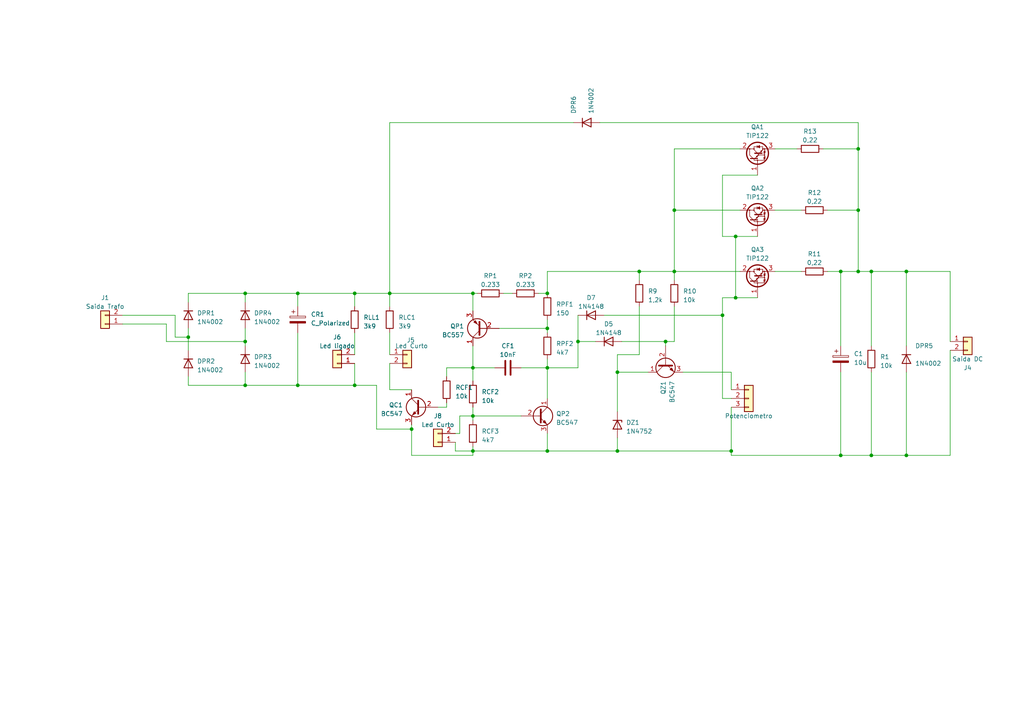
<source format=kicad_sch>
(kicad_sch (version 20230121) (generator eeschema)

  (uuid b860110e-63a7-45ef-ab32-1d4744956bdf)

  (paper "A4")

  (lib_symbols
    (symbol "Connector_Generic:Conn_01x02" (pin_names (offset 1.016) hide) (in_bom yes) (on_board yes)
      (property "Reference" "J" (at 0 2.54 0)
        (effects (font (size 1.27 1.27)))
      )
      (property "Value" "Conn_01x02" (at 0 -5.08 0)
        (effects (font (size 1.27 1.27)))
      )
      (property "Footprint" "" (at 0 0 0)
        (effects (font (size 1.27 1.27)) hide)
      )
      (property "Datasheet" "~" (at 0 0 0)
        (effects (font (size 1.27 1.27)) hide)
      )
      (property "ki_keywords" "connector" (at 0 0 0)
        (effects (font (size 1.27 1.27)) hide)
      )
      (property "ki_description" "Generic connector, single row, 01x02, script generated (kicad-library-utils/schlib/autogen/connector/)" (at 0 0 0)
        (effects (font (size 1.27 1.27)) hide)
      )
      (property "ki_fp_filters" "Connector*:*_1x??_*" (at 0 0 0)
        (effects (font (size 1.27 1.27)) hide)
      )
      (symbol "Conn_01x02_1_1"
        (rectangle (start -1.27 -2.413) (end 0 -2.667)
          (stroke (width 0.1524) (type default))
          (fill (type none))
        )
        (rectangle (start -1.27 0.127) (end 0 -0.127)
          (stroke (width 0.1524) (type default))
          (fill (type none))
        )
        (rectangle (start -1.27 1.27) (end 1.27 -3.81)
          (stroke (width 0.254) (type default))
          (fill (type background))
        )
        (pin passive line (at -5.08 0 0) (length 3.81)
          (name "Pin_1" (effects (font (size 1.27 1.27))))
          (number "1" (effects (font (size 1.27 1.27))))
        )
        (pin passive line (at -5.08 -2.54 0) (length 3.81)
          (name "Pin_2" (effects (font (size 1.27 1.27))))
          (number "2" (effects (font (size 1.27 1.27))))
        )
      )
    )
    (symbol "Connector_Generic:Conn_01x03" (pin_names (offset 1.016) hide) (in_bom yes) (on_board yes)
      (property "Reference" "J" (at 0 5.08 0)
        (effects (font (size 1.27 1.27)))
      )
      (property "Value" "Conn_01x03" (at 0 -5.08 0)
        (effects (font (size 1.27 1.27)))
      )
      (property "Footprint" "" (at 0 0 0)
        (effects (font (size 1.27 1.27)) hide)
      )
      (property "Datasheet" "~" (at 0 0 0)
        (effects (font (size 1.27 1.27)) hide)
      )
      (property "ki_keywords" "connector" (at 0 0 0)
        (effects (font (size 1.27 1.27)) hide)
      )
      (property "ki_description" "Generic connector, single row, 01x03, script generated (kicad-library-utils/schlib/autogen/connector/)" (at 0 0 0)
        (effects (font (size 1.27 1.27)) hide)
      )
      (property "ki_fp_filters" "Connector*:*_1x??_*" (at 0 0 0)
        (effects (font (size 1.27 1.27)) hide)
      )
      (symbol "Conn_01x03_1_1"
        (rectangle (start -1.27 -2.413) (end 0 -2.667)
          (stroke (width 0.1524) (type default))
          (fill (type none))
        )
        (rectangle (start -1.27 0.127) (end 0 -0.127)
          (stroke (width 0.1524) (type default))
          (fill (type none))
        )
        (rectangle (start -1.27 2.667) (end 0 2.413)
          (stroke (width 0.1524) (type default))
          (fill (type none))
        )
        (rectangle (start -1.27 3.81) (end 1.27 -3.81)
          (stroke (width 0.254) (type default))
          (fill (type background))
        )
        (pin passive line (at -5.08 2.54 0) (length 3.81)
          (name "Pin_1" (effects (font (size 1.27 1.27))))
          (number "1" (effects (font (size 1.27 1.27))))
        )
        (pin passive line (at -5.08 0 0) (length 3.81)
          (name "Pin_2" (effects (font (size 1.27 1.27))))
          (number "2" (effects (font (size 1.27 1.27))))
        )
        (pin passive line (at -5.08 -2.54 0) (length 3.81)
          (name "Pin_3" (effects (font (size 1.27 1.27))))
          (number "3" (effects (font (size 1.27 1.27))))
        )
      )
    )
    (symbol "Device:C" (pin_numbers hide) (pin_names (offset 0.254)) (in_bom yes) (on_board yes)
      (property "Reference" "C" (at 0.635 2.54 0)
        (effects (font (size 1.27 1.27)) (justify left))
      )
      (property "Value" "C" (at 0.635 -2.54 0)
        (effects (font (size 1.27 1.27)) (justify left))
      )
      (property "Footprint" "" (at 0.9652 -3.81 0)
        (effects (font (size 1.27 1.27)) hide)
      )
      (property "Datasheet" "~" (at 0 0 0)
        (effects (font (size 1.27 1.27)) hide)
      )
      (property "ki_keywords" "cap capacitor" (at 0 0 0)
        (effects (font (size 1.27 1.27)) hide)
      )
      (property "ki_description" "Unpolarized capacitor" (at 0 0 0)
        (effects (font (size 1.27 1.27)) hide)
      )
      (property "ki_fp_filters" "C_*" (at 0 0 0)
        (effects (font (size 1.27 1.27)) hide)
      )
      (symbol "C_0_1"
        (polyline
          (pts
            (xy -2.032 -0.762)
            (xy 2.032 -0.762)
          )
          (stroke (width 0.508) (type default))
          (fill (type none))
        )
        (polyline
          (pts
            (xy -2.032 0.762)
            (xy 2.032 0.762)
          )
          (stroke (width 0.508) (type default))
          (fill (type none))
        )
      )
      (symbol "C_1_1"
        (pin passive line (at 0 3.81 270) (length 2.794)
          (name "~" (effects (font (size 1.27 1.27))))
          (number "1" (effects (font (size 1.27 1.27))))
        )
        (pin passive line (at 0 -3.81 90) (length 2.794)
          (name "~" (effects (font (size 1.27 1.27))))
          (number "2" (effects (font (size 1.27 1.27))))
        )
      )
    )
    (symbol "Device:C_Polarized" (pin_numbers hide) (pin_names (offset 0.254)) (in_bom yes) (on_board yes)
      (property "Reference" "C" (at 0.635 2.54 0)
        (effects (font (size 1.27 1.27)) (justify left))
      )
      (property "Value" "C_Polarized" (at 0.635 -2.54 0)
        (effects (font (size 1.27 1.27)) (justify left))
      )
      (property "Footprint" "" (at 0.9652 -3.81 0)
        (effects (font (size 1.27 1.27)) hide)
      )
      (property "Datasheet" "~" (at 0 0 0)
        (effects (font (size 1.27 1.27)) hide)
      )
      (property "ki_keywords" "cap capacitor" (at 0 0 0)
        (effects (font (size 1.27 1.27)) hide)
      )
      (property "ki_description" "Polarized capacitor" (at 0 0 0)
        (effects (font (size 1.27 1.27)) hide)
      )
      (property "ki_fp_filters" "CP_*" (at 0 0 0)
        (effects (font (size 1.27 1.27)) hide)
      )
      (symbol "C_Polarized_0_1"
        (rectangle (start -2.286 0.508) (end 2.286 1.016)
          (stroke (width 0) (type default))
          (fill (type none))
        )
        (polyline
          (pts
            (xy -1.778 2.286)
            (xy -0.762 2.286)
          )
          (stroke (width 0) (type default))
          (fill (type none))
        )
        (polyline
          (pts
            (xy -1.27 2.794)
            (xy -1.27 1.778)
          )
          (stroke (width 0) (type default))
          (fill (type none))
        )
        (rectangle (start 2.286 -0.508) (end -2.286 -1.016)
          (stroke (width 0) (type default))
          (fill (type outline))
        )
      )
      (symbol "C_Polarized_1_1"
        (pin passive line (at 0 3.81 270) (length 2.794)
          (name "~" (effects (font (size 1.27 1.27))))
          (number "1" (effects (font (size 1.27 1.27))))
        )
        (pin passive line (at 0 -3.81 90) (length 2.794)
          (name "~" (effects (font (size 1.27 1.27))))
          (number "2" (effects (font (size 1.27 1.27))))
        )
      )
    )
    (symbol "Device:R" (pin_numbers hide) (pin_names (offset 0)) (in_bom yes) (on_board yes)
      (property "Reference" "R" (at 2.032 0 90)
        (effects (font (size 1.27 1.27)))
      )
      (property "Value" "R" (at 0 0 90)
        (effects (font (size 1.27 1.27)))
      )
      (property "Footprint" "" (at -1.778 0 90)
        (effects (font (size 1.27 1.27)) hide)
      )
      (property "Datasheet" "~" (at 0 0 0)
        (effects (font (size 1.27 1.27)) hide)
      )
      (property "ki_keywords" "R res resistor" (at 0 0 0)
        (effects (font (size 1.27 1.27)) hide)
      )
      (property "ki_description" "Resistor" (at 0 0 0)
        (effects (font (size 1.27 1.27)) hide)
      )
      (property "ki_fp_filters" "R_*" (at 0 0 0)
        (effects (font (size 1.27 1.27)) hide)
      )
      (symbol "R_0_1"
        (rectangle (start -1.016 -2.54) (end 1.016 2.54)
          (stroke (width 0.254) (type default))
          (fill (type none))
        )
      )
      (symbol "R_1_1"
        (pin passive line (at 0 3.81 270) (length 1.27)
          (name "~" (effects (font (size 1.27 1.27))))
          (number "1" (effects (font (size 1.27 1.27))))
        )
        (pin passive line (at 0 -3.81 90) (length 1.27)
          (name "~" (effects (font (size 1.27 1.27))))
          (number "2" (effects (font (size 1.27 1.27))))
        )
      )
    )
    (symbol "Diode:1N4002" (pin_numbers hide) (pin_names hide) (in_bom yes) (on_board yes)
      (property "Reference" "D" (at 0 2.54 0)
        (effects (font (size 1.27 1.27)))
      )
      (property "Value" "1N4002" (at 0 -2.54 0)
        (effects (font (size 1.27 1.27)))
      )
      (property "Footprint" "Diode_THT:D_DO-41_SOD81_P10.16mm_Horizontal" (at 0 -4.445 0)
        (effects (font (size 1.27 1.27)) hide)
      )
      (property "Datasheet" "http://www.vishay.com/docs/88503/1n4001.pdf" (at 0 0 0)
        (effects (font (size 1.27 1.27)) hide)
      )
      (property "Sim.Device" "D" (at 0 0 0)
        (effects (font (size 1.27 1.27)) hide)
      )
      (property "Sim.Pins" "1=K 2=A" (at 0 0 0)
        (effects (font (size 1.27 1.27)) hide)
      )
      (property "ki_keywords" "diode" (at 0 0 0)
        (effects (font (size 1.27 1.27)) hide)
      )
      (property "ki_description" "100V 1A General Purpose Rectifier Diode, DO-41" (at 0 0 0)
        (effects (font (size 1.27 1.27)) hide)
      )
      (property "ki_fp_filters" "D*DO?41*" (at 0 0 0)
        (effects (font (size 1.27 1.27)) hide)
      )
      (symbol "1N4002_0_1"
        (polyline
          (pts
            (xy -1.27 1.27)
            (xy -1.27 -1.27)
          )
          (stroke (width 0.254) (type default))
          (fill (type none))
        )
        (polyline
          (pts
            (xy 1.27 0)
            (xy -1.27 0)
          )
          (stroke (width 0) (type default))
          (fill (type none))
        )
        (polyline
          (pts
            (xy 1.27 1.27)
            (xy 1.27 -1.27)
            (xy -1.27 0)
            (xy 1.27 1.27)
          )
          (stroke (width 0.254) (type default))
          (fill (type none))
        )
      )
      (symbol "1N4002_1_1"
        (pin passive line (at -3.81 0 0) (length 2.54)
          (name "K" (effects (font (size 1.27 1.27))))
          (number "1" (effects (font (size 1.27 1.27))))
        )
        (pin passive line (at 3.81 0 180) (length 2.54)
          (name "A" (effects (font (size 1.27 1.27))))
          (number "2" (effects (font (size 1.27 1.27))))
        )
      )
    )
    (symbol "Diode:1N4148" (pin_numbers hide) (pin_names hide) (in_bom yes) (on_board yes)
      (property "Reference" "D" (at 0 2.54 0)
        (effects (font (size 1.27 1.27)))
      )
      (property "Value" "1N4148" (at 0 -2.54 0)
        (effects (font (size 1.27 1.27)))
      )
      (property "Footprint" "Diode_THT:D_DO-35_SOD27_P7.62mm_Horizontal" (at 0 0 0)
        (effects (font (size 1.27 1.27)) hide)
      )
      (property "Datasheet" "https://assets.nexperia.com/documents/data-sheet/1N4148_1N4448.pdf" (at 0 0 0)
        (effects (font (size 1.27 1.27)) hide)
      )
      (property "Sim.Device" "D" (at 0 0 0)
        (effects (font (size 1.27 1.27)) hide)
      )
      (property "Sim.Pins" "1=K 2=A" (at 0 0 0)
        (effects (font (size 1.27 1.27)) hide)
      )
      (property "ki_keywords" "diode" (at 0 0 0)
        (effects (font (size 1.27 1.27)) hide)
      )
      (property "ki_description" "100V 0.15A standard switching diode, DO-35" (at 0 0 0)
        (effects (font (size 1.27 1.27)) hide)
      )
      (property "ki_fp_filters" "D*DO?35*" (at 0 0 0)
        (effects (font (size 1.27 1.27)) hide)
      )
      (symbol "1N4148_0_1"
        (polyline
          (pts
            (xy -1.27 1.27)
            (xy -1.27 -1.27)
          )
          (stroke (width 0.254) (type default))
          (fill (type none))
        )
        (polyline
          (pts
            (xy 1.27 0)
            (xy -1.27 0)
          )
          (stroke (width 0) (type default))
          (fill (type none))
        )
        (polyline
          (pts
            (xy 1.27 1.27)
            (xy 1.27 -1.27)
            (xy -1.27 0)
            (xy 1.27 1.27)
          )
          (stroke (width 0.254) (type default))
          (fill (type none))
        )
      )
      (symbol "1N4148_1_1"
        (pin passive line (at -3.81 0 0) (length 2.54)
          (name "K" (effects (font (size 1.27 1.27))))
          (number "1" (effects (font (size 1.27 1.27))))
        )
        (pin passive line (at 3.81 0 180) (length 2.54)
          (name "A" (effects (font (size 1.27 1.27))))
          (number "2" (effects (font (size 1.27 1.27))))
        )
      )
    )
    (symbol "Diode:1N47xxA" (pin_numbers hide) (pin_names hide) (in_bom yes) (on_board yes)
      (property "Reference" "D" (at 0 2.54 0)
        (effects (font (size 1.27 1.27)))
      )
      (property "Value" "1N47xxA" (at 0 -2.54 0)
        (effects (font (size 1.27 1.27)))
      )
      (property "Footprint" "Diode_THT:D_DO-41_SOD81_P10.16mm_Horizontal" (at 0 -4.445 0)
        (effects (font (size 1.27 1.27)) hide)
      )
      (property "Datasheet" "https://www.vishay.com/docs/85816/1n4728a.pdf" (at 0 0 0)
        (effects (font (size 1.27 1.27)) hide)
      )
      (property "ki_keywords" "zener diode" (at 0 0 0)
        (effects (font (size 1.27 1.27)) hide)
      )
      (property "ki_description" "1300mW Silicon planar power Zener diodes, DO-41" (at 0 0 0)
        (effects (font (size 1.27 1.27)) hide)
      )
      (property "ki_fp_filters" "D*DO?41*" (at 0 0 0)
        (effects (font (size 1.27 1.27)) hide)
      )
      (symbol "1N47xxA_0_1"
        (polyline
          (pts
            (xy 1.27 0)
            (xy -1.27 0)
          )
          (stroke (width 0) (type default))
          (fill (type none))
        )
        (polyline
          (pts
            (xy -1.27 -1.27)
            (xy -1.27 1.27)
            (xy -0.762 1.27)
          )
          (stroke (width 0.254) (type default))
          (fill (type none))
        )
        (polyline
          (pts
            (xy 1.27 -1.27)
            (xy 1.27 1.27)
            (xy -1.27 0)
            (xy 1.27 -1.27)
          )
          (stroke (width 0.254) (type default))
          (fill (type none))
        )
      )
      (symbol "1N47xxA_1_1"
        (pin passive line (at -3.81 0 0) (length 2.54)
          (name "K" (effects (font (size 1.27 1.27))))
          (number "1" (effects (font (size 1.27 1.27))))
        )
        (pin passive line (at 3.81 0 180) (length 2.54)
          (name "A" (effects (font (size 1.27 1.27))))
          (number "2" (effects (font (size 1.27 1.27))))
        )
      )
    )
    (symbol "Transistor_BJT:BC547" (pin_names (offset 0) hide) (in_bom yes) (on_board yes)
      (property "Reference" "Q" (at 5.08 1.905 0)
        (effects (font (size 1.27 1.27)) (justify left))
      )
      (property "Value" "BC547" (at 5.08 0 0)
        (effects (font (size 1.27 1.27)) (justify left))
      )
      (property "Footprint" "Package_TO_SOT_THT:TO-92_Inline" (at 5.08 -1.905 0)
        (effects (font (size 1.27 1.27) italic) (justify left) hide)
      )
      (property "Datasheet" "https://www.onsemi.com/pub/Collateral/BC550-D.pdf" (at 0 0 0)
        (effects (font (size 1.27 1.27)) (justify left) hide)
      )
      (property "ki_keywords" "NPN Transistor" (at 0 0 0)
        (effects (font (size 1.27 1.27)) hide)
      )
      (property "ki_description" "0.1A Ic, 45V Vce, Small Signal NPN Transistor, TO-92" (at 0 0 0)
        (effects (font (size 1.27 1.27)) hide)
      )
      (property "ki_fp_filters" "TO?92*" (at 0 0 0)
        (effects (font (size 1.27 1.27)) hide)
      )
      (symbol "BC547_0_1"
        (polyline
          (pts
            (xy 0 0)
            (xy 0.635 0)
          )
          (stroke (width 0) (type default))
          (fill (type none))
        )
        (polyline
          (pts
            (xy 0.635 0.635)
            (xy 2.54 2.54)
          )
          (stroke (width 0) (type default))
          (fill (type none))
        )
        (polyline
          (pts
            (xy 0.635 -0.635)
            (xy 2.54 -2.54)
            (xy 2.54 -2.54)
          )
          (stroke (width 0) (type default))
          (fill (type none))
        )
        (polyline
          (pts
            (xy 0.635 1.905)
            (xy 0.635 -1.905)
            (xy 0.635 -1.905)
          )
          (stroke (width 0.508) (type default))
          (fill (type none))
        )
        (polyline
          (pts
            (xy 1.27 -1.778)
            (xy 1.778 -1.27)
            (xy 2.286 -2.286)
            (xy 1.27 -1.778)
            (xy 1.27 -1.778)
          )
          (stroke (width 0) (type default))
          (fill (type outline))
        )
        (circle (center 1.27 0) (radius 2.8194)
          (stroke (width 0.254) (type default))
          (fill (type none))
        )
      )
      (symbol "BC547_1_1"
        (pin passive line (at 2.54 5.08 270) (length 2.54)
          (name "C" (effects (font (size 1.27 1.27))))
          (number "1" (effects (font (size 1.27 1.27))))
        )
        (pin input line (at -5.08 0 0) (length 5.08)
          (name "B" (effects (font (size 1.27 1.27))))
          (number "2" (effects (font (size 1.27 1.27))))
        )
        (pin passive line (at 2.54 -5.08 90) (length 2.54)
          (name "E" (effects (font (size 1.27 1.27))))
          (number "3" (effects (font (size 1.27 1.27))))
        )
      )
    )
    (symbol "Transistor_BJT:BC557" (pin_names (offset 0) hide) (in_bom yes) (on_board yes)
      (property "Reference" "Q" (at 5.08 1.905 0)
        (effects (font (size 1.27 1.27)) (justify left))
      )
      (property "Value" "BC557" (at 5.08 0 0)
        (effects (font (size 1.27 1.27)) (justify left))
      )
      (property "Footprint" "Package_TO_SOT_THT:TO-92_Inline" (at 5.08 -1.905 0)
        (effects (font (size 1.27 1.27) italic) (justify left) hide)
      )
      (property "Datasheet" "https://www.onsemi.com/pub/Collateral/BC556BTA-D.pdf" (at 0 0 0)
        (effects (font (size 1.27 1.27)) (justify left) hide)
      )
      (property "ki_keywords" "PNP Transistor" (at 0 0 0)
        (effects (font (size 1.27 1.27)) hide)
      )
      (property "ki_description" "0.1A Ic, 45V Vce, PNP Small Signal Transistor, TO-92" (at 0 0 0)
        (effects (font (size 1.27 1.27)) hide)
      )
      (property "ki_fp_filters" "TO?92*" (at 0 0 0)
        (effects (font (size 1.27 1.27)) hide)
      )
      (symbol "BC557_0_1"
        (polyline
          (pts
            (xy 0.635 0.635)
            (xy 2.54 2.54)
          )
          (stroke (width 0) (type default))
          (fill (type none))
        )
        (polyline
          (pts
            (xy 0.635 -0.635)
            (xy 2.54 -2.54)
            (xy 2.54 -2.54)
          )
          (stroke (width 0) (type default))
          (fill (type none))
        )
        (polyline
          (pts
            (xy 0.635 1.905)
            (xy 0.635 -1.905)
            (xy 0.635 -1.905)
          )
          (stroke (width 0.508) (type default))
          (fill (type none))
        )
        (polyline
          (pts
            (xy 2.286 -1.778)
            (xy 1.778 -2.286)
            (xy 1.27 -1.27)
            (xy 2.286 -1.778)
            (xy 2.286 -1.778)
          )
          (stroke (width 0) (type default))
          (fill (type outline))
        )
        (circle (center 1.27 0) (radius 2.8194)
          (stroke (width 0.254) (type default))
          (fill (type none))
        )
      )
      (symbol "BC557_1_1"
        (pin passive line (at 2.54 5.08 270) (length 2.54)
          (name "C" (effects (font (size 1.27 1.27))))
          (number "1" (effects (font (size 1.27 1.27))))
        )
        (pin input line (at -5.08 0 0) (length 5.715)
          (name "B" (effects (font (size 1.27 1.27))))
          (number "2" (effects (font (size 1.27 1.27))))
        )
        (pin passive line (at 2.54 -5.08 90) (length 2.54)
          (name "E" (effects (font (size 1.27 1.27))))
          (number "3" (effects (font (size 1.27 1.27))))
        )
      )
    )
    (symbol "Transistor_BJT:TIP122" (pin_names (offset 0) hide) (in_bom yes) (on_board yes)
      (property "Reference" "Q" (at 5.08 1.905 0)
        (effects (font (size 1.27 1.27)) (justify left))
      )
      (property "Value" "TIP122" (at 5.08 0 0)
        (effects (font (size 1.27 1.27)) (justify left))
      )
      (property "Footprint" "Package_TO_SOT_THT:TO-220-3_Vertical" (at 5.08 -1.905 0)
        (effects (font (size 1.27 1.27) italic) (justify left) hide)
      )
      (property "Datasheet" "https://www.onsemi.com/pub/Collateral/TIP120-D.PDF" (at 0 0 0)
        (effects (font (size 1.27 1.27)) (justify left) hide)
      )
      (property "ki_keywords" "Darlington Power NPN Transistor" (at 0 0 0)
        (effects (font (size 1.27 1.27)) hide)
      )
      (property "ki_description" "5A Ic, 100V Vce, Silicon Darlington Power NPN Transistor, TO-220" (at 0 0 0)
        (effects (font (size 1.27 1.27)) hide)
      )
      (property "ki_fp_filters" "TO?220*" (at 0 0 0)
        (effects (font (size 1.27 1.27)) hide)
      )
      (symbol "TIP122_0_1"
        (circle (center -0.762 0) (radius 0.127)
          (stroke (width 0) (type default))
          (fill (type none))
        )
        (polyline
          (pts
            (xy -1.27 0)
            (xy -0.889 0)
          )
          (stroke (width 0) (type default))
          (fill (type none))
        )
        (polyline
          (pts
            (xy 2.54 -2.032)
            (xy 2.54 -2.54)
          )
          (stroke (width 0) (type default))
          (fill (type none))
        )
        (polyline
          (pts
            (xy 2.54 -1.524)
            (xy 3.175 -1.524)
          )
          (stroke (width 0) (type default))
          (fill (type none))
        )
        (polyline
          (pts
            (xy 2.794 0.127)
            (xy 3.556 0.127)
          )
          (stroke (width 0) (type default))
          (fill (type none))
        )
        (polyline
          (pts
            (xy 3.175 -0.635)
            (xy 3.175 -1.524)
          )
          (stroke (width 0) (type default))
          (fill (type none))
        )
        (polyline
          (pts
            (xy 3.175 1.016)
            (xy 2.54 1.016)
          )
          (stroke (width 0) (type default))
          (fill (type none))
        )
        (polyline
          (pts
            (xy 3.175 1.016)
            (xy 3.175 0.127)
          )
          (stroke (width 0) (type default))
          (fill (type none))
        )
        (polyline
          (pts
            (xy -0.254 0.762)
            (xy 0.762 -0.254)
            (xy 1.27 -0.254)
          )
          (stroke (width 0) (type default))
          (fill (type none))
        )
        (polyline
          (pts
            (xy -0.254 1.016)
            (xy -0.762 1.016)
            (xy -0.762 -2.032)
          )
          (stroke (width 0) (type default))
          (fill (type none))
        )
        (polyline
          (pts
            (xy -0.254 1.27)
            (xy 0.762 2.286)
            (xy 2.54 2.286)
          )
          (stroke (width 0) (type default))
          (fill (type none))
        )
        (polyline
          (pts
            (xy -0.254 2.032)
            (xy -0.254 0)
            (xy -0.254 0)
          )
          (stroke (width 0.3048) (type default))
          (fill (type none))
        )
        (polyline
          (pts
            (xy 1.27 0.762)
            (xy 1.27 -1.27)
            (xy 1.27 -1.27)
          )
          (stroke (width 0.381) (type default))
          (fill (type none))
        )
        (polyline
          (pts
            (xy 0.635 -0.127)
            (xy 0.381 0.381)
            (xy 0.127 0.127)
            (xy 0.635 -0.127)
          )
          (stroke (width 0) (type default))
          (fill (type none))
        )
        (polyline
          (pts
            (xy 1.27 -0.508)
            (xy 2.286 -1.524)
            (xy 2.54 -1.524)
            (xy 2.54 -2.032)
          )
          (stroke (width 0) (type default))
          (fill (type none))
        )
        (polyline
          (pts
            (xy 1.27 0)
            (xy 2.286 1.016)
            (xy 2.54 1.016)
            (xy 2.54 2.286)
          )
          (stroke (width 0) (type default))
          (fill (type none))
        )
        (polyline
          (pts
            (xy 2.159 -1.397)
            (xy 1.905 -0.889)
            (xy 1.651 -1.143)
            (xy 2.159 -1.397)
          )
          (stroke (width 0) (type default))
          (fill (type none))
        )
        (polyline
          (pts
            (xy 3.175 0.127)
            (xy 2.794 -0.635)
            (xy 3.556 -0.635)
            (xy 3.175 0.127)
          )
          (stroke (width 0) (type default))
          (fill (type outline))
        )
        (polyline
          (pts
            (xy 0.762 -2.032)
            (xy 0.381 -2.032)
            (xy 0.254 -2.286)
            (xy 0.127 -1.778)
            (xy 0 -2.286)
            (xy -0.127 -1.778)
            (xy -0.254 -2.286)
            (xy -0.381 -1.778)
            (xy -0.508 -2.032)
            (xy -0.762 -2.032)
          )
          (stroke (width 0) (type default))
          (fill (type none))
        )
        (polyline
          (pts
            (xy 0.762 -0.254)
            (xy 0.762 -2.032)
            (xy 1.143 -2.032)
            (xy 1.27 -1.778)
            (xy 1.397 -2.286)
            (xy 1.524 -1.778)
            (xy 1.651 -2.286)
            (xy 1.778 -1.778)
            (xy 1.905 -2.286)
            (xy 2.032 -2.032)
            (xy 2.54 -2.032)
          )
          (stroke (width 0) (type default))
          (fill (type none))
        )
        (circle (center 0.762 -2.032) (radius 0.127)
          (stroke (width 0) (type default))
          (fill (type none))
        )
        (circle (center 0.762 -0.254) (radius 0.127)
          (stroke (width 0) (type default))
          (fill (type none))
        )
        (circle (center 1.27 0) (radius 3.175)
          (stroke (width 0.3556) (type default))
          (fill (type none))
        )
        (circle (center 2.54 -2.032) (radius 0.127)
          (stroke (width 0) (type default))
          (fill (type none))
        )
        (circle (center 2.54 -1.524) (radius 0.127)
          (stroke (width 0) (type default))
          (fill (type none))
        )
        (circle (center 2.54 1.016) (radius 0.127)
          (stroke (width 0) (type default))
          (fill (type none))
        )
        (circle (center 2.54 2.286) (radius 0.127)
          (stroke (width 0) (type default))
          (fill (type none))
        )
      )
      (symbol "TIP122_1_1"
        (pin input line (at -5.08 0 0) (length 3.81)
          (name "B" (effects (font (size 1.27 1.27))))
          (number "1" (effects (font (size 1.27 1.27))))
        )
        (pin passive line (at 2.54 5.08 270) (length 2.667)
          (name "C" (effects (font (size 1.27 1.27))))
          (number "2" (effects (font (size 1.27 1.27))))
        )
        (pin passive line (at 2.54 -5.08 90) (length 2.54)
          (name "E" (effects (font (size 1.27 1.27))))
          (number "3" (effects (font (size 1.27 1.27))))
        )
      )
    )
  )

  (junction (at 86.36 111.76) (diameter 0) (color 0 0 0 0)
    (uuid 007ed115-e2c4-4d9d-afa8-f14c641021ba)
  )
  (junction (at 248.92 43.18) (diameter 0) (color 0 0 0 0)
    (uuid 1e02c61a-3652-463d-a267-266755af87ab)
  )
  (junction (at 71.12 99.06) (diameter 0) (color 0 0 0 0)
    (uuid 2b8fa7cb-f2c2-4c97-a5e5-6029702fd121)
  )
  (junction (at 262.89 78.74) (diameter 0) (color 0 0 0 0)
    (uuid 2e7ee65a-21dd-49e4-8c66-11e6d891839e)
  )
  (junction (at 137.16 120.65) (diameter 0) (color 0 0 0 0)
    (uuid 4169a0fd-cb24-4e3b-abb3-5cc2a8788745)
  )
  (junction (at 54.61 97.79) (diameter 0) (color 0 0 0 0)
    (uuid 45c96ec3-279c-4430-bbb1-7eb52a70f3b7)
  )
  (junction (at 71.12 111.76) (diameter 0) (color 0 0 0 0)
    (uuid 59708449-0ab8-4e8d-94dc-703b5fe504de)
  )
  (junction (at 248.92 78.74) (diameter 0) (color 0 0 0 0)
    (uuid 597cd1ee-ad1e-45e6-ad12-f92728195c66)
  )
  (junction (at 179.07 130.81) (diameter 0) (color 0 0 0 0)
    (uuid 5bda8535-7ebd-4e68-b0c2-6a92fdb2d5ef)
  )
  (junction (at 86.36 85.09) (diameter 0) (color 0 0 0 0)
    (uuid 6251b0c9-d0fe-4db6-8485-6bbbc4d31e2f)
  )
  (junction (at 195.58 78.74) (diameter 0) (color 0 0 0 0)
    (uuid 6f5faa58-7863-4a2f-ad8e-9f4bd0d856ed)
  )
  (junction (at 158.75 95.25) (diameter 0) (color 0 0 0 0)
    (uuid 7571a78d-79f3-4a3f-b8ec-a98091075944)
  )
  (junction (at 243.84 78.74) (diameter 0) (color 0 0 0 0)
    (uuid 77292808-551d-4644-a0ea-b122e1253869)
  )
  (junction (at 185.42 78.74) (diameter 0) (color 0 0 0 0)
    (uuid 85cbaa8d-034c-4d1b-b688-c146b4e2a012)
  )
  (junction (at 213.36 68.58) (diameter 0) (color 0 0 0 0)
    (uuid 85e03af5-22d7-42c3-9331-a57b63dff90e)
  )
  (junction (at 248.92 60.96) (diameter 0) (color 0 0 0 0)
    (uuid 977de09d-e9c1-4beb-b304-1c4ef989aeef)
  )
  (junction (at 119.38 124.46) (diameter 0) (color 0 0 0 0)
    (uuid 9c0808d5-33cd-43f7-b0e2-b34009d17b94)
  )
  (junction (at 193.04 99.06) (diameter 0) (color 0 0 0 0)
    (uuid 9f5e0f00-ad1c-4604-9d47-9e33e85e0b06)
  )
  (junction (at 158.75 130.81) (diameter 0) (color 0 0 0 0)
    (uuid a137650b-88fb-4ce5-8676-7856837ebf6c)
  )
  (junction (at 243.84 132.08) (diameter 0) (color 0 0 0 0)
    (uuid a21283cf-57bf-4d73-82ab-a06e44e20360)
  )
  (junction (at 158.75 85.09) (diameter 0) (color 0 0 0 0)
    (uuid a5508a01-736f-4bab-a5a7-813a28bdbae1)
  )
  (junction (at 195.58 60.96) (diameter 0) (color 0 0 0 0)
    (uuid bb64872e-182d-42db-b771-044c7a6f2727)
  )
  (junction (at 102.87 85.09) (diameter 0) (color 0 0 0 0)
    (uuid bb64d5d4-e777-4589-a811-cd92ec09eb0c)
  )
  (junction (at 209.55 91.44) (diameter 0) (color 0 0 0 0)
    (uuid bd39aa7c-854e-4d2f-8e5c-5467ac4378b5)
  )
  (junction (at 262.89 132.08) (diameter 0) (color 0 0 0 0)
    (uuid be31a62b-61cd-47e1-a93d-0a8c40264727)
  )
  (junction (at 252.73 78.74) (diameter 0) (color 0 0 0 0)
    (uuid c6041992-715b-455d-96d7-155529596379)
  )
  (junction (at 137.16 106.68) (diameter 0) (color 0 0 0 0)
    (uuid cbce40c9-fe89-4cc8-9327-6e4dff8a5daa)
  )
  (junction (at 137.16 130.81) (diameter 0) (color 0 0 0 0)
    (uuid cdb11d8e-162d-497e-94a2-2572a408c045)
  )
  (junction (at 158.75 106.68) (diameter 0) (color 0 0 0 0)
    (uuid d13034b0-8901-4d0f-a36f-4e21a60aeff5)
  )
  (junction (at 212.09 130.81) (diameter 0) (color 0 0 0 0)
    (uuid d79ccc5e-b164-4ee7-a8c4-6d94c22ef438)
  )
  (junction (at 252.73 132.08) (diameter 0) (color 0 0 0 0)
    (uuid de7f4384-2899-47a5-98f9-8ab6c1bbd57e)
  )
  (junction (at 179.07 107.95) (diameter 0) (color 0 0 0 0)
    (uuid e17e83eb-0058-430f-97b0-1d49d4cf8371)
  )
  (junction (at 167.64 99.06) (diameter 0) (color 0 0 0 0)
    (uuid eb905a7f-8554-43ce-adbd-40e0da4a02a2)
  )
  (junction (at 102.87 111.76) (diameter 0) (color 0 0 0 0)
    (uuid ef40bd24-c85b-49ed-8f17-3fa39abe7b0a)
  )
  (junction (at 71.12 85.09) (diameter 0) (color 0 0 0 0)
    (uuid f0f03b97-15e2-4db9-b3e7-b4c352394776)
  )
  (junction (at 213.36 86.36) (diameter 0) (color 0 0 0 0)
    (uuid f1d4cb9b-9015-428e-85c4-2623da059f1f)
  )
  (junction (at 137.16 85.09) (diameter 0) (color 0 0 0 0)
    (uuid f640ba57-82a1-4f83-977c-c8a7e59bd165)
  )
  (junction (at 113.03 85.09) (diameter 0) (color 0 0 0 0)
    (uuid fdd048b9-dcb8-490b-833f-eb1b53a9fa31)
  )

  (wire (pts (xy 212.09 113.03) (xy 212.09 107.95))
    (stroke (width 0) (type default))
    (uuid 00a0cc01-2d2e-4d2f-bdb6-3473b9272f94)
  )
  (wire (pts (xy 35.56 91.44) (xy 50.8 91.44))
    (stroke (width 0) (type default))
    (uuid 01b12589-06da-4421-bcab-3c152c061938)
  )
  (wire (pts (xy 158.75 104.14) (xy 158.75 106.68))
    (stroke (width 0) (type default))
    (uuid 01ef569b-dde4-4941-a88f-07e33b4ab5a4)
  )
  (wire (pts (xy 224.79 43.18) (xy 231.14 43.18))
    (stroke (width 0) (type default))
    (uuid 0556713d-9888-4771-a3f9-0deabc85e3be)
  )
  (wire (pts (xy 212.09 132.08) (xy 243.84 132.08))
    (stroke (width 0) (type default))
    (uuid 061a2627-213c-40a5-bb16-62afa629f5cb)
  )
  (wire (pts (xy 262.89 107.95) (xy 262.89 132.08))
    (stroke (width 0) (type default))
    (uuid 07e786fd-e0d1-482c-bd0b-7cd391b377b4)
  )
  (wire (pts (xy 71.12 95.25) (xy 71.12 99.06))
    (stroke (width 0) (type default))
    (uuid 0a3d6df9-4041-45e9-8cfd-f90e2914fb13)
  )
  (wire (pts (xy 158.75 78.74) (xy 158.75 85.09))
    (stroke (width 0) (type default))
    (uuid 0cfada34-441d-4eff-9cf6-0dffa320ec6a)
  )
  (wire (pts (xy 195.58 99.06) (xy 195.58 88.9))
    (stroke (width 0) (type default))
    (uuid 0d143e92-7188-4b84-9c66-ae6b130b092f)
  )
  (wire (pts (xy 137.16 85.09) (xy 138.43 85.09))
    (stroke (width 0) (type default))
    (uuid 13ef4f84-88af-4286-bb5e-2634e3130e05)
  )
  (wire (pts (xy 212.09 115.57) (xy 209.55 115.57))
    (stroke (width 0) (type default))
    (uuid 153772e0-33cb-4ef1-bb66-a3e148c988c0)
  )
  (wire (pts (xy 158.75 106.68) (xy 167.64 106.68))
    (stroke (width 0) (type default))
    (uuid 1612dcbc-d478-4bc3-83a8-d98aed89f75a)
  )
  (wire (pts (xy 248.92 43.18) (xy 248.92 60.96))
    (stroke (width 0) (type default))
    (uuid 16c0223c-9327-4c4b-a03d-cd6691d4d7a8)
  )
  (wire (pts (xy 240.03 78.74) (xy 243.84 78.74))
    (stroke (width 0) (type default))
    (uuid 1aa921aa-93c4-46fd-baac-63f0634838cb)
  )
  (wire (pts (xy 248.92 35.56) (xy 248.92 43.18))
    (stroke (width 0) (type default))
    (uuid 1de15052-b6d5-43bd-961a-0fd5f0f0f909)
  )
  (wire (pts (xy 262.89 78.74) (xy 262.89 100.33))
    (stroke (width 0) (type default))
    (uuid 2099a8ef-4b9b-4c1c-a80e-d8f5aa12ae09)
  )
  (wire (pts (xy 137.16 120.65) (xy 137.16 121.92))
    (stroke (width 0) (type default))
    (uuid 237397a0-7b34-4ed2-a641-16de1d29c4e8)
  )
  (wire (pts (xy 48.26 93.98) (xy 48.26 99.06))
    (stroke (width 0) (type default))
    (uuid 24339c0e-3c42-437c-b054-f773368e58d7)
  )
  (wire (pts (xy 240.03 60.96) (xy 248.92 60.96))
    (stroke (width 0) (type default))
    (uuid 2782c512-134c-4030-afa9-715958beb341)
  )
  (wire (pts (xy 48.26 99.06) (xy 71.12 99.06))
    (stroke (width 0) (type default))
    (uuid 27cf9e16-2754-4fe0-b00d-c6c8cb031280)
  )
  (wire (pts (xy 132.08 125.73) (xy 133.35 125.73))
    (stroke (width 0) (type default))
    (uuid 29903042-3d70-4d96-8485-8f069d64742f)
  )
  (wire (pts (xy 275.59 101.6) (xy 275.59 132.08))
    (stroke (width 0) (type default))
    (uuid 2a02f6a1-9249-4922-a445-598ad3c012a5)
  )
  (wire (pts (xy 180.34 99.06) (xy 193.04 99.06))
    (stroke (width 0) (type default))
    (uuid 2a06ad77-3ca9-422f-ab7a-8ae1c07d0595)
  )
  (wire (pts (xy 195.58 78.74) (xy 195.58 81.28))
    (stroke (width 0) (type default))
    (uuid 2b558bac-a4bc-4c33-b7d7-3f7caefcd40c)
  )
  (wire (pts (xy 54.61 111.76) (xy 71.12 111.76))
    (stroke (width 0) (type default))
    (uuid 2d4be9ea-6fa0-4b9b-9b6b-8421784c8bdf)
  )
  (wire (pts (xy 252.73 78.74) (xy 262.89 78.74))
    (stroke (width 0) (type default))
    (uuid 2ea7d00c-b56f-4442-8ef3-6da579535704)
  )
  (wire (pts (xy 193.04 99.06) (xy 193.04 100.33))
    (stroke (width 0) (type default))
    (uuid 32b944de-52b1-436d-a0c3-3d2b08041dcd)
  )
  (wire (pts (xy 158.75 106.68) (xy 158.75 115.57))
    (stroke (width 0) (type default))
    (uuid 3416294d-0a63-42d4-a888-09aaf5813356)
  )
  (wire (pts (xy 167.64 91.44) (xy 167.64 99.06))
    (stroke (width 0) (type default))
    (uuid 3449610a-1795-4ffb-a190-b3607f0910c8)
  )
  (wire (pts (xy 151.13 106.68) (xy 158.75 106.68))
    (stroke (width 0) (type default))
    (uuid 353b1b95-25ed-4547-9b41-6225a17c9027)
  )
  (wire (pts (xy 213.36 86.36) (xy 213.36 68.58))
    (stroke (width 0) (type default))
    (uuid 3a3f1af6-5f7e-43be-9ddf-d93d85dcfa6b)
  )
  (wire (pts (xy 102.87 85.09) (xy 113.03 85.09))
    (stroke (width 0) (type default))
    (uuid 3a49a3dc-ab82-4d25-b986-41f9939dfe2f)
  )
  (wire (pts (xy 166.37 35.56) (xy 113.03 35.56))
    (stroke (width 0) (type default))
    (uuid 3bb15ac0-c209-4738-870b-7f88759bc123)
  )
  (wire (pts (xy 179.07 130.81) (xy 158.75 130.81))
    (stroke (width 0) (type default))
    (uuid 3dd18cda-ce61-44c0-9f61-2186d15a80cd)
  )
  (wire (pts (xy 158.75 130.81) (xy 137.16 130.81))
    (stroke (width 0) (type default))
    (uuid 3e92a8e4-e262-496a-b0ac-d8ec81d81eff)
  )
  (wire (pts (xy 209.55 68.58) (xy 209.55 50.8))
    (stroke (width 0) (type default))
    (uuid 41b679d0-d8bf-48a1-ab00-593d0a0d95d5)
  )
  (wire (pts (xy 86.36 111.76) (xy 102.87 111.76))
    (stroke (width 0) (type default))
    (uuid 42bf74e1-30ff-45b3-84e7-ba58525cc8ea)
  )
  (wire (pts (xy 167.64 99.06) (xy 167.64 106.68))
    (stroke (width 0) (type default))
    (uuid 4341d322-9d3e-4406-9e2f-40f7782f6ed5)
  )
  (wire (pts (xy 109.22 124.46) (xy 119.38 124.46))
    (stroke (width 0) (type default))
    (uuid 43f6093a-51ff-4bab-9a3a-e17ce008456d)
  )
  (wire (pts (xy 54.61 95.25) (xy 54.61 97.79))
    (stroke (width 0) (type default))
    (uuid 4522606f-b8fa-48ba-8b48-d6fba973776b)
  )
  (wire (pts (xy 209.55 115.57) (xy 209.55 91.44))
    (stroke (width 0) (type default))
    (uuid 46043767-fc1b-4285-88c6-62ccb99f0149)
  )
  (wire (pts (xy 243.84 78.74) (xy 243.84 100.33))
    (stroke (width 0) (type default))
    (uuid 485ced23-07f3-44d0-a877-9f4845d01c86)
  )
  (wire (pts (xy 113.03 96.52) (xy 113.03 102.87))
    (stroke (width 0) (type default))
    (uuid 486e1a2c-6bcd-4698-af71-b3ae933f006a)
  )
  (wire (pts (xy 213.36 68.58) (xy 209.55 68.58))
    (stroke (width 0) (type default))
    (uuid 4c732245-4947-4f63-b583-58baf4bb5a6a)
  )
  (wire (pts (xy 156.21 85.09) (xy 158.75 85.09))
    (stroke (width 0) (type default))
    (uuid 4ff8bb09-84cf-46b2-9fcf-e4e2c145600a)
  )
  (wire (pts (xy 137.16 100.33) (xy 137.16 106.68))
    (stroke (width 0) (type default))
    (uuid 50631970-e260-4ba8-9d71-cca6519644c3)
  )
  (wire (pts (xy 54.61 85.09) (xy 71.12 85.09))
    (stroke (width 0) (type default))
    (uuid 50a4837c-287e-4517-9297-de289780b196)
  )
  (wire (pts (xy 86.36 111.76) (xy 86.36 96.52))
    (stroke (width 0) (type default))
    (uuid 53ccd336-635c-4504-8bae-a5e057c64746)
  )
  (wire (pts (xy 35.56 93.98) (xy 48.26 93.98))
    (stroke (width 0) (type default))
    (uuid 53d7f6a6-2ea8-40d0-bdb7-3a6dbaaed4c5)
  )
  (wire (pts (xy 179.07 127) (xy 179.07 130.81))
    (stroke (width 0) (type default))
    (uuid 5710b01c-db64-4f20-a23f-6833f05fdfa7)
  )
  (wire (pts (xy 185.42 78.74) (xy 158.75 78.74))
    (stroke (width 0) (type default))
    (uuid 5d90d5dc-77b2-460f-b555-52ee857611b8)
  )
  (wire (pts (xy 275.59 78.74) (xy 275.59 99.06))
    (stroke (width 0) (type default))
    (uuid 60cd4001-8af2-4b92-b08d-cf4de6084309)
  )
  (wire (pts (xy 54.61 97.79) (xy 54.61 101.6))
    (stroke (width 0) (type default))
    (uuid 69afec6f-4d99-42a8-b900-e0832ed9cddf)
  )
  (wire (pts (xy 243.84 107.95) (xy 243.84 132.08))
    (stroke (width 0) (type default))
    (uuid 69cd83ad-209b-4f07-b86b-34a10893d858)
  )
  (wire (pts (xy 113.03 88.9) (xy 113.03 85.09))
    (stroke (width 0) (type default))
    (uuid 6bd3dc59-d765-4f39-b32b-623ab4952da9)
  )
  (wire (pts (xy 127 118.11) (xy 129.54 118.11))
    (stroke (width 0) (type default))
    (uuid 6cd40566-4ba3-4a1d-a8d3-2f51275cb188)
  )
  (wire (pts (xy 209.55 86.36) (xy 209.55 91.44))
    (stroke (width 0) (type default))
    (uuid 6ce722a5-cd75-474e-bddd-fe1e09d864dc)
  )
  (wire (pts (xy 179.07 107.95) (xy 179.07 102.87))
    (stroke (width 0) (type default))
    (uuid 6d0a41d3-7a96-4e17-ad69-54ec705cc890)
  )
  (wire (pts (xy 262.89 132.08) (xy 275.59 132.08))
    (stroke (width 0) (type default))
    (uuid 6dae8d12-aa79-4516-90b1-a05daef47045)
  )
  (wire (pts (xy 86.36 85.09) (xy 102.87 85.09))
    (stroke (width 0) (type default))
    (uuid 6ecf0976-e05c-4b10-962a-c258d42fa577)
  )
  (wire (pts (xy 209.55 50.8) (xy 219.71 50.8))
    (stroke (width 0) (type default))
    (uuid 6feecfee-0c45-4783-a941-3849f97dd7ca)
  )
  (wire (pts (xy 50.8 97.79) (xy 54.61 97.79))
    (stroke (width 0) (type default))
    (uuid 70ba6dab-c8ea-45c1-b4d1-74a33b505ce6)
  )
  (wire (pts (xy 109.22 111.76) (xy 109.22 124.46))
    (stroke (width 0) (type default))
    (uuid 7176e879-a0b3-413a-8b70-0fb9c92194da)
  )
  (wire (pts (xy 243.84 132.08) (xy 252.73 132.08))
    (stroke (width 0) (type default))
    (uuid 71dace4d-55fc-4d4e-a306-d9d87388d182)
  )
  (wire (pts (xy 158.75 92.71) (xy 158.75 95.25))
    (stroke (width 0) (type default))
    (uuid 7429cceb-4381-42a2-b3c5-d62356b96416)
  )
  (wire (pts (xy 129.54 118.11) (xy 129.54 116.84))
    (stroke (width 0) (type default))
    (uuid 775d3a60-bb09-4c64-9c1e-46d8b116e357)
  )
  (wire (pts (xy 248.92 78.74) (xy 252.73 78.74))
    (stroke (width 0) (type default))
    (uuid 79109537-acd1-47de-84f6-87cfae9c6a02)
  )
  (wire (pts (xy 252.73 132.08) (xy 262.89 132.08))
    (stroke (width 0) (type default))
    (uuid 7a3c3695-2935-4780-981d-be71f9de3704)
  )
  (wire (pts (xy 137.16 110.49) (xy 137.16 106.68))
    (stroke (width 0) (type default))
    (uuid 7eb2c95d-1d92-4c9d-b486-a27fd1d1d15c)
  )
  (wire (pts (xy 214.63 78.74) (xy 195.58 78.74))
    (stroke (width 0) (type default))
    (uuid 8042c0ec-9ff9-4fff-af37-8d67a5410ac1)
  )
  (wire (pts (xy 146.05 85.09) (xy 148.59 85.09))
    (stroke (width 0) (type default))
    (uuid 8174b894-3bb4-46dc-95d2-94b11cec3016)
  )
  (wire (pts (xy 119.38 113.03) (xy 113.03 113.03))
    (stroke (width 0) (type default))
    (uuid 81e1d35e-83ac-4c68-bc1d-e89015f179b4)
  )
  (wire (pts (xy 173.99 35.56) (xy 248.92 35.56))
    (stroke (width 0) (type default))
    (uuid 828dddeb-7a05-4000-aae9-2b15a9404d1c)
  )
  (wire (pts (xy 119.38 124.46) (xy 119.38 132.08))
    (stroke (width 0) (type default))
    (uuid 859c0758-3085-45d6-a4ad-00faecc5a1ea)
  )
  (wire (pts (xy 50.8 91.44) (xy 50.8 97.79))
    (stroke (width 0) (type default))
    (uuid 85f9ac4a-4a28-47d4-9c63-c478d041bb4c)
  )
  (wire (pts (xy 212.09 132.08) (xy 212.09 130.81))
    (stroke (width 0) (type default))
    (uuid 86226073-93e8-471b-9e08-d6d37289e2d0)
  )
  (wire (pts (xy 132.08 130.81) (xy 137.16 130.81))
    (stroke (width 0) (type default))
    (uuid 87f1cc08-d915-48bb-a002-9c4628889d24)
  )
  (wire (pts (xy 198.12 107.95) (xy 212.09 107.95))
    (stroke (width 0) (type default))
    (uuid 894fe6a4-4591-4b29-81c4-6d1e2bfa8948)
  )
  (wire (pts (xy 133.35 125.73) (xy 133.35 120.65))
    (stroke (width 0) (type default))
    (uuid 911d6660-9e32-4783-af04-39c9f39b2181)
  )
  (wire (pts (xy 219.71 86.36) (xy 213.36 86.36))
    (stroke (width 0) (type default))
    (uuid 9665d284-b93b-4dd8-8db9-220d7ae3c775)
  )
  (wire (pts (xy 185.42 102.87) (xy 185.42 88.9))
    (stroke (width 0) (type default))
    (uuid 98189b5d-9c31-49eb-b75f-3bb55462b1d8)
  )
  (wire (pts (xy 158.75 125.73) (xy 158.75 130.81))
    (stroke (width 0) (type default))
    (uuid 98a0a87a-2197-4597-bfe9-de37ee9b94ec)
  )
  (wire (pts (xy 238.76 43.18) (xy 248.92 43.18))
    (stroke (width 0) (type default))
    (uuid 99af6d19-ca25-4e81-bcdd-cde59bb62d0d)
  )
  (wire (pts (xy 71.12 107.95) (xy 71.12 111.76))
    (stroke (width 0) (type default))
    (uuid 9b43f0fc-a8f1-43c1-ab7b-df312e94d5cc)
  )
  (wire (pts (xy 175.26 91.44) (xy 209.55 91.44))
    (stroke (width 0) (type default))
    (uuid 9e8c7f1f-3d54-47dc-ba09-c74e6c8490c5)
  )
  (wire (pts (xy 212.09 118.11) (xy 212.09 130.81))
    (stroke (width 0) (type default))
    (uuid a0615612-c067-40b8-aa36-5695a87e926f)
  )
  (wire (pts (xy 179.07 102.87) (xy 185.42 102.87))
    (stroke (width 0) (type default))
    (uuid a2896214-c3a0-4c20-a876-4ddf5773b327)
  )
  (wire (pts (xy 179.07 107.95) (xy 179.07 119.38))
    (stroke (width 0) (type default))
    (uuid a2a91ffc-1e50-4486-a350-193fe16d2548)
  )
  (wire (pts (xy 137.16 120.65) (xy 151.13 120.65))
    (stroke (width 0) (type default))
    (uuid a4c726f8-5245-4017-a7ce-946f4d67b2e2)
  )
  (wire (pts (xy 132.08 128.27) (xy 132.08 130.81))
    (stroke (width 0) (type default))
    (uuid a4de4fc2-b773-484d-a296-0e70167444bc)
  )
  (wire (pts (xy 137.16 85.09) (xy 137.16 90.17))
    (stroke (width 0) (type default))
    (uuid a584fd62-4024-492b-b240-278f2015bf75)
  )
  (wire (pts (xy 187.96 107.95) (xy 179.07 107.95))
    (stroke (width 0) (type default))
    (uuid aa9d9acf-1501-4dd4-9638-f2c3fafcbb97)
  )
  (wire (pts (xy 113.03 113.03) (xy 113.03 105.41))
    (stroke (width 0) (type default))
    (uuid abb5f67c-ca43-4d8e-9427-f5edd7abdb1a)
  )
  (wire (pts (xy 137.16 132.08) (xy 119.38 132.08))
    (stroke (width 0) (type default))
    (uuid afe5f9a2-69f6-4b89-a076-49946bda1d3c)
  )
  (wire (pts (xy 179.07 130.81) (xy 212.09 130.81))
    (stroke (width 0) (type default))
    (uuid b09d3699-3245-42a9-909b-a00a75d49890)
  )
  (wire (pts (xy 102.87 111.76) (xy 109.22 111.76))
    (stroke (width 0) (type default))
    (uuid b19aab32-8954-4a44-a33c-3f5ec3adf16d)
  )
  (wire (pts (xy 71.12 85.09) (xy 86.36 85.09))
    (stroke (width 0) (type default))
    (uuid b21058fc-6df7-4faf-b1b6-20ea3b266100)
  )
  (wire (pts (xy 262.89 78.74) (xy 275.59 78.74))
    (stroke (width 0) (type default))
    (uuid b45fb870-744b-4cc9-9fea-b4068d2d9d04)
  )
  (wire (pts (xy 113.03 85.09) (xy 137.16 85.09))
    (stroke (width 0) (type default))
    (uuid b52c1645-1ec8-42fe-b6e3-c9905b5ac6e1)
  )
  (wire (pts (xy 144.78 95.25) (xy 158.75 95.25))
    (stroke (width 0) (type default))
    (uuid b7c241cd-9c0e-4426-a232-0732747f9e01)
  )
  (wire (pts (xy 195.58 60.96) (xy 195.58 78.74))
    (stroke (width 0) (type default))
    (uuid b969dffa-cbf2-4546-8f75-e3ab83af8077)
  )
  (wire (pts (xy 252.73 78.74) (xy 252.73 100.33))
    (stroke (width 0) (type default))
    (uuid bbafc775-376e-4e14-8890-a1653e992269)
  )
  (wire (pts (xy 195.58 43.18) (xy 195.58 60.96))
    (stroke (width 0) (type default))
    (uuid bbcc01c2-92b4-4ed0-b39a-7c4d64cb5bbf)
  )
  (wire (pts (xy 71.12 85.09) (xy 71.12 87.63))
    (stroke (width 0) (type default))
    (uuid bc15cd6f-aeb1-4d38-8559-5dcf062cc6c8)
  )
  (wire (pts (xy 137.16 106.68) (xy 143.51 106.68))
    (stroke (width 0) (type default))
    (uuid bd29705c-2e77-48a0-8411-69c127755bc4)
  )
  (wire (pts (xy 102.87 85.09) (xy 102.87 88.9))
    (stroke (width 0) (type default))
    (uuid be2fb35f-097e-4e5d-a6ce-2adb5d93a49c)
  )
  (wire (pts (xy 71.12 99.06) (xy 71.12 100.33))
    (stroke (width 0) (type default))
    (uuid c149587e-473d-4ec6-8c65-90dcd3ecaced)
  )
  (wire (pts (xy 137.16 118.11) (xy 137.16 120.65))
    (stroke (width 0) (type default))
    (uuid c23b79f7-6f04-47c2-b87d-8f9038cc2b10)
  )
  (wire (pts (xy 185.42 78.74) (xy 185.42 81.28))
    (stroke (width 0) (type default))
    (uuid c327eca2-e60b-436c-a946-1b61f8c30243)
  )
  (wire (pts (xy 195.58 99.06) (xy 193.04 99.06))
    (stroke (width 0) (type default))
    (uuid c33c9f95-b33e-4c35-afef-6f10564278cd)
  )
  (wire (pts (xy 224.79 60.96) (xy 232.41 60.96))
    (stroke (width 0) (type default))
    (uuid c5f5f92f-7e67-4ebb-9d8c-5fa452371ae9)
  )
  (wire (pts (xy 113.03 35.56) (xy 113.03 85.09))
    (stroke (width 0) (type default))
    (uuid c65d7b62-54d3-4c94-936e-4f95f12ef8c8)
  )
  (wire (pts (xy 243.84 78.74) (xy 248.92 78.74))
    (stroke (width 0) (type default))
    (uuid c9837649-89e9-43fd-af8e-5ff81d5384fb)
  )
  (wire (pts (xy 54.61 109.22) (xy 54.61 111.76))
    (stroke (width 0) (type default))
    (uuid c9af10b8-51c2-42d9-a8bf-1fa763df0faa)
  )
  (wire (pts (xy 214.63 60.96) (xy 195.58 60.96))
    (stroke (width 0) (type default))
    (uuid cbb3eab9-1bea-46bf-a2d4-42dafca824bb)
  )
  (wire (pts (xy 133.35 120.65) (xy 137.16 120.65))
    (stroke (width 0) (type default))
    (uuid cd1792e0-bc2e-4e65-a90b-c6b93afba278)
  )
  (wire (pts (xy 119.38 123.19) (xy 119.38 124.46))
    (stroke (width 0) (type default))
    (uuid cdf5b694-73be-490e-8b42-4d692d752b61)
  )
  (wire (pts (xy 86.36 85.09) (xy 86.36 88.9))
    (stroke (width 0) (type default))
    (uuid ced3a822-3545-48dc-8b5b-738ffb565735)
  )
  (wire (pts (xy 213.36 86.36) (xy 209.55 86.36))
    (stroke (width 0) (type default))
    (uuid d47e7638-9403-46c8-8649-bff4ace7ff73)
  )
  (wire (pts (xy 137.16 106.68) (xy 129.54 106.68))
    (stroke (width 0) (type default))
    (uuid d902ea95-5b07-426b-983d-d85a0f4ab540)
  )
  (wire (pts (xy 129.54 106.68) (xy 129.54 109.22))
    (stroke (width 0) (type default))
    (uuid df1d8eb8-f12b-49e1-83c4-0a09f90b08d7)
  )
  (wire (pts (xy 167.64 99.06) (xy 172.72 99.06))
    (stroke (width 0) (type default))
    (uuid e043b368-0564-4f30-b6b6-aaaed5b691c3)
  )
  (wire (pts (xy 213.36 68.58) (xy 219.71 68.58))
    (stroke (width 0) (type default))
    (uuid e4131ae4-19bd-4546-9299-39c626bd136d)
  )
  (wire (pts (xy 102.87 96.52) (xy 102.87 102.87))
    (stroke (width 0) (type default))
    (uuid e66b8e9c-b027-40c2-92b4-3981cf7e0034)
  )
  (wire (pts (xy 248.92 60.96) (xy 248.92 78.74))
    (stroke (width 0) (type default))
    (uuid e9af8c86-41ae-42f3-b25a-b765f5438a9a)
  )
  (wire (pts (xy 71.12 111.76) (xy 86.36 111.76))
    (stroke (width 0) (type default))
    (uuid eac9283f-a7d9-478a-9fd7-ef1ea296e5e3)
  )
  (wire (pts (xy 137.16 130.81) (xy 137.16 132.08))
    (stroke (width 0) (type default))
    (uuid ebfc624a-0893-463c-8223-eaecfcca4f8c)
  )
  (wire (pts (xy 102.87 105.41) (xy 102.87 111.76))
    (stroke (width 0) (type default))
    (uuid ec8bf93f-109e-433f-978b-0dbdab9df8cc)
  )
  (wire (pts (xy 214.63 43.18) (xy 195.58 43.18))
    (stroke (width 0) (type default))
    (uuid f1032f3b-2ac4-4b6e-b03c-1248469384b0)
  )
  (wire (pts (xy 195.58 78.74) (xy 185.42 78.74))
    (stroke (width 0) (type default))
    (uuid f46a1ca3-f28e-42fa-81d7-ed690a6a97db)
  )
  (wire (pts (xy 137.16 129.54) (xy 137.16 130.81))
    (stroke (width 0) (type default))
    (uuid f5e92891-6eaf-486d-9ffc-df4f7eec8376)
  )
  (wire (pts (xy 224.79 78.74) (xy 232.41 78.74))
    (stroke (width 0) (type default))
    (uuid f5f72817-241e-4ccb-82be-c2aab07d4f0a)
  )
  (wire (pts (xy 54.61 87.63) (xy 54.61 85.09))
    (stroke (width 0) (type default))
    (uuid f67867d1-a783-4429-af7c-f154f1d360ee)
  )
  (wire (pts (xy 252.73 107.95) (xy 252.73 132.08))
    (stroke (width 0) (type default))
    (uuid fedd4b1f-04fc-4c70-bea3-18cd5fd84435)
  )
  (wire (pts (xy 158.75 95.25) (xy 158.75 96.52))
    (stroke (width 0) (type default))
    (uuid ff4750ee-4315-4728-a4e3-09ac592b73a0)
  )

  (symbol (lib_id "Diode:1N4002") (at 71.12 104.14 270) (unit 1)
    (in_bom yes) (on_board yes) (dnp no) (fields_autoplaced)
    (uuid 03b314bb-c777-4077-821c-aaa7b2ed173b)
    (property "Reference" "DPR3" (at 73.66 103.505 90)
      (effects (font (size 1.27 1.27)) (justify left))
    )
    (property "Value" "1N4002" (at 73.66 106.045 90)
      (effects (font (size 1.27 1.27)) (justify left))
    )
    (property "Footprint" "Diode_THT:D_DO-41_SOD81_P10.16mm_Horizontal" (at 66.675 104.14 0)
      (effects (font (size 1.27 1.27)) hide)
    )
    (property "Datasheet" "http://www.vishay.com/docs/88503/1n4001.pdf" (at 71.12 104.14 0)
      (effects (font (size 1.27 1.27)) hide)
    )
    (property "Sim.Device" "D" (at 71.12 104.14 0)
      (effects (font (size 1.27 1.27)) hide)
    )
    (property "Sim.Pins" "1=K 2=A" (at 71.12 104.14 0)
      (effects (font (size 1.27 1.27)) hide)
    )
    (pin "1" (uuid 683a279c-7f9d-42af-9994-c0f6e87b84a1))
    (pin "2" (uuid 9c803d9d-1565-4ce5-89fb-efdb7cff877b))
    (instances
      (project "trans & formador"
        (path "/b860110e-63a7-45ef-ab32-1d4744956bdf"
          (reference "DPR3") (unit 1)
        )
      )
    )
  )

  (symbol (lib_id "Diode:1N4002") (at 54.61 105.41 270) (unit 1)
    (in_bom yes) (on_board yes) (dnp no) (fields_autoplaced)
    (uuid 03bb192e-6c24-4795-87f4-7137b397b2a0)
    (property "Reference" "DPR2" (at 57.15 104.775 90)
      (effects (font (size 1.27 1.27)) (justify left))
    )
    (property "Value" "1N4002" (at 57.15 107.315 90)
      (effects (font (size 1.27 1.27)) (justify left))
    )
    (property "Footprint" "Diode_THT:D_DO-41_SOD81_P10.16mm_Horizontal" (at 50.165 105.41 0)
      (effects (font (size 1.27 1.27)) hide)
    )
    (property "Datasheet" "http://www.vishay.com/docs/88503/1n4001.pdf" (at 54.61 105.41 0)
      (effects (font (size 1.27 1.27)) hide)
    )
    (property "Sim.Device" "D" (at 54.61 105.41 0)
      (effects (font (size 1.27 1.27)) hide)
    )
    (property "Sim.Pins" "1=K 2=A" (at 54.61 105.41 0)
      (effects (font (size 1.27 1.27)) hide)
    )
    (pin "1" (uuid 712e3a77-322f-47f7-8342-68abd14f59be))
    (pin "2" (uuid efdb048d-584c-4122-95be-92d6c38d7760))
    (instances
      (project "trans & formador"
        (path "/b860110e-63a7-45ef-ab32-1d4744956bdf"
          (reference "DPR2") (unit 1)
        )
      )
    )
  )

  (symbol (lib_id "Connector_Generic:Conn_01x02") (at 280.67 99.06 0) (unit 1)
    (in_bom yes) (on_board yes) (dnp no) (fields_autoplaced)
    (uuid 042d31d2-4ab1-4fe0-a76d-58a95ca4a6dc)
    (property "Reference" "J4" (at 280.67 106.68 0)
      (effects (font (size 1.27 1.27)))
    )
    (property "Value" "Saida DC" (at 280.67 104.14 0)
      (effects (font (size 1.27 1.27)))
    )
    (property "Footprint" "" (at 280.67 99.06 0)
      (effects (font (size 1.27 1.27)) hide)
    )
    (property "Datasheet" "~" (at 280.67 99.06 0)
      (effects (font (size 1.27 1.27)) hide)
    )
    (pin "1" (uuid 03cb2460-a169-4a05-aa3c-ffaff7b31494))
    (pin "2" (uuid ab3f4cd6-2dc3-4af1-8e1d-522361dd3f00))
    (instances
      (project "trans & formador"
        (path "/b860110e-63a7-45ef-ab32-1d4744956bdf"
          (reference "J4") (unit 1)
        )
      )
    )
  )

  (symbol (lib_id "Transistor_BJT:BC547") (at 121.92 118.11 0) (mirror y) (unit 1)
    (in_bom yes) (on_board yes) (dnp no)
    (uuid 0523275a-fd48-4495-a564-754773f2c5a9)
    (property "Reference" "QC1" (at 116.84 117.475 0)
      (effects (font (size 1.27 1.27)) (justify left))
    )
    (property "Value" "BC547" (at 116.84 120.015 0)
      (effects (font (size 1.27 1.27)) (justify left))
    )
    (property "Footprint" "Package_TO_SOT_THT:TO-92_Inline" (at 116.84 120.015 0)
      (effects (font (size 1.27 1.27) italic) (justify left) hide)
    )
    (property "Datasheet" "https://www.onsemi.com/pub/Collateral/BC550-D.pdf" (at 121.92 118.11 0)
      (effects (font (size 1.27 1.27)) (justify left) hide)
    )
    (pin "1" (uuid 0cff71cd-2f28-4269-a422-00a2a37075a2))
    (pin "2" (uuid f9e08cd4-b760-44d1-adbf-a06e68b49c65))
    (pin "3" (uuid 4f884a6c-e596-40c8-8ade-b376520bd4f9))
    (instances
      (project "trans & formador"
        (path "/b860110e-63a7-45ef-ab32-1d4744956bdf"
          (reference "QC1") (unit 1)
        )
      )
    )
  )

  (symbol (lib_id "Connector_Generic:Conn_01x02") (at 97.79 105.41 180) (unit 1)
    (in_bom yes) (on_board yes) (dnp no) (fields_autoplaced)
    (uuid 0ab9cb9d-e827-4c75-ae25-800a540a9c53)
    (property "Reference" "J6" (at 97.79 97.79 0)
      (effects (font (size 1.27 1.27)))
    )
    (property "Value" "Led ligado" (at 97.79 100.33 0)
      (effects (font (size 1.27 1.27)))
    )
    (property "Footprint" "" (at 97.79 105.41 0)
      (effects (font (size 1.27 1.27)) hide)
    )
    (property "Datasheet" "~" (at 97.79 105.41 0)
      (effects (font (size 1.27 1.27)) hide)
    )
    (pin "1" (uuid 0c459e47-9a47-4c8b-b169-795843051218))
    (pin "2" (uuid 2a907875-09b2-4cdc-b44e-97a42007b2b5))
    (instances
      (project "trans & formador"
        (path "/b860110e-63a7-45ef-ab32-1d4744956bdf"
          (reference "J6") (unit 1)
        )
      )
    )
  )

  (symbol (lib_id "Transistor_BJT:TIP122") (at 219.71 45.72 90) (unit 1)
    (in_bom yes) (on_board yes) (dnp no)
    (uuid 0c279af6-f64c-4adb-9cf8-a3b0989ae2f3)
    (property "Reference" "QA1" (at 219.71 36.83 90)
      (effects (font (size 1.27 1.27)))
    )
    (property "Value" "TIP122" (at 219.71 39.37 90)
      (effects (font (size 1.27 1.27)))
    )
    (property "Footprint" "Package_TO_SOT_THT:TO-220-3_Vertical" (at 221.615 40.64 0)
      (effects (font (size 1.27 1.27) italic) (justify left) hide)
    )
    (property "Datasheet" "https://www.onsemi.com/pub/Collateral/TIP120-D.PDF" (at 219.71 45.72 0)
      (effects (font (size 1.27 1.27)) (justify left) hide)
    )
    (pin "1" (uuid 72cf575c-08e3-4fc4-943a-1a4f900fdb2b))
    (pin "2" (uuid db76c499-b1d3-4a2a-a2ab-cbf266da18a0))
    (pin "3" (uuid 94f4ab10-17da-4e76-863b-9ae9b9b6f91c))
    (instances
      (project "trans & formador"
        (path "/b860110e-63a7-45ef-ab32-1d4744956bdf"
          (reference "QA1") (unit 1)
        )
      )
    )
  )

  (symbol (lib_id "Device:R") (at 152.4 85.09 90) (unit 1)
    (in_bom yes) (on_board yes) (dnp no) (fields_autoplaced)
    (uuid 0fa4e173-40da-4c7c-93e1-24781754196a)
    (property "Reference" "RP2" (at 152.4 80.01 90)
      (effects (font (size 1.27 1.27)))
    )
    (property "Value" "0.233" (at 152.4 82.55 90)
      (effects (font (size 1.27 1.27)))
    )
    (property "Footprint" "" (at 152.4 86.868 90)
      (effects (font (size 1.27 1.27)) hide)
    )
    (property "Datasheet" "~" (at 152.4 85.09 0)
      (effects (font (size 1.27 1.27)) hide)
    )
    (pin "1" (uuid 1beab413-e7b6-4ae0-ba92-c651d75db4f0))
    (pin "2" (uuid b212c812-974f-4255-85d1-14404f546881))
    (instances
      (project "trans & formador"
        (path "/b860110e-63a7-45ef-ab32-1d4744956bdf"
          (reference "RP2") (unit 1)
        )
      )
    )
  )

  (symbol (lib_id "Connector_Generic:Conn_01x02") (at 118.11 102.87 0) (unit 1)
    (in_bom yes) (on_board yes) (dnp no)
    (uuid 13f9ef91-a403-40e4-af65-cfa74e9b3c42)
    (property "Reference" "J5" (at 119.1355 98.6749 0)
      (effects (font (size 1.27 1.27)))
    )
    (property "Value" "Led Curto" (at 119.38 100.33 0)
      (effects (font (size 1.27 1.27)))
    )
    (property "Footprint" "" (at 118.11 102.87 0)
      (effects (font (size 1.27 1.27)) hide)
    )
    (property "Datasheet" "~" (at 118.11 102.87 0)
      (effects (font (size 1.27 1.27)) hide)
    )
    (pin "1" (uuid 7c0f0133-ffe8-43e9-8a48-7685c7156d4a))
    (pin "2" (uuid 4b4c019b-063f-4904-92ec-3d75ebdc4cb5))
    (instances
      (project "trans & formador"
        (path "/b860110e-63a7-45ef-ab32-1d4744956bdf"
          (reference "J5") (unit 1)
        )
      )
    )
  )

  (symbol (lib_id "Device:R") (at 234.95 43.18 90) (unit 1)
    (in_bom yes) (on_board yes) (dnp no) (fields_autoplaced)
    (uuid 1cb35336-d791-47f9-ac72-dc346fa3e4ae)
    (property "Reference" "R13" (at 234.95 38.1 90)
      (effects (font (size 1.27 1.27)))
    )
    (property "Value" "0,22" (at 234.95 40.64 90)
      (effects (font (size 1.27 1.27)))
    )
    (property "Footprint" "" (at 234.95 44.958 90)
      (effects (font (size 1.27 1.27)) hide)
    )
    (property "Datasheet" "~" (at 234.95 43.18 0)
      (effects (font (size 1.27 1.27)) hide)
    )
    (pin "1" (uuid f66e3173-5565-4361-94a8-6aab13ff6107))
    (pin "2" (uuid 5b625ad5-5a5e-4109-970b-c08e40e1fa27))
    (instances
      (project "trans & formador"
        (path "/b860110e-63a7-45ef-ab32-1d4744956bdf"
          (reference "R13") (unit 1)
        )
      )
    )
  )

  (symbol (lib_id "Diode:1N4002") (at 262.89 104.14 270) (unit 1)
    (in_bom yes) (on_board yes) (dnp no)
    (uuid 22ee3024-3717-4487-9da2-190d31621afd)
    (property "Reference" "DPR5" (at 265.43 100.33 90)
      (effects (font (size 1.27 1.27)) (justify left))
    )
    (property "Value" "1N4002" (at 265.43 105.41 90)
      (effects (font (size 1.27 1.27)) (justify left))
    )
    (property "Footprint" "Diode_THT:D_DO-41_SOD81_P10.16mm_Horizontal" (at 258.445 104.14 0)
      (effects (font (size 1.27 1.27)) hide)
    )
    (property "Datasheet" "http://www.vishay.com/docs/88503/1n4001.pdf" (at 262.89 104.14 0)
      (effects (font (size 1.27 1.27)) hide)
    )
    (property "Sim.Device" "D" (at 262.89 104.14 0)
      (effects (font (size 1.27 1.27)) hide)
    )
    (property "Sim.Pins" "1=K 2=A" (at 262.89 104.14 0)
      (effects (font (size 1.27 1.27)) hide)
    )
    (pin "1" (uuid 3a6c9a82-3743-4e6b-8040-23fef13923de))
    (pin "2" (uuid 054bf9b2-8ada-41dd-90aa-eb83338c2527))
    (instances
      (project "trans & formador"
        (path "/b860110e-63a7-45ef-ab32-1d4744956bdf"
          (reference "DPR5") (unit 1)
        )
      )
    )
  )

  (symbol (lib_id "Device:R") (at 142.24 85.09 90) (unit 1)
    (in_bom yes) (on_board yes) (dnp no) (fields_autoplaced)
    (uuid 235ffc77-ea77-469e-abda-b47069b6ef9e)
    (property "Reference" "RP1" (at 142.24 80.01 90)
      (effects (font (size 1.27 1.27)))
    )
    (property "Value" "0.233" (at 142.24 82.55 90)
      (effects (font (size 1.27 1.27)))
    )
    (property "Footprint" "" (at 142.24 86.868 90)
      (effects (font (size 1.27 1.27)) hide)
    )
    (property "Datasheet" "~" (at 142.24 85.09 0)
      (effects (font (size 1.27 1.27)) hide)
    )
    (pin "1" (uuid e64aff09-b247-41fd-8139-9bbfb9d7e7cb))
    (pin "2" (uuid 6a1d6441-0719-45a0-be94-33ce1aa3764d))
    (instances
      (project "trans & formador"
        (path "/b860110e-63a7-45ef-ab32-1d4744956bdf"
          (reference "RP1") (unit 1)
        )
      )
    )
  )

  (symbol (lib_id "Device:R") (at 102.87 92.71 0) (unit 1)
    (in_bom yes) (on_board yes) (dnp no) (fields_autoplaced)
    (uuid 2381408c-b803-4212-ae0c-5930e4bf0815)
    (property "Reference" "RLL1" (at 105.41 92.075 0)
      (effects (font (size 1.27 1.27)) (justify left))
    )
    (property "Value" "3k9" (at 105.41 94.615 0)
      (effects (font (size 1.27 1.27)) (justify left))
    )
    (property "Footprint" "" (at 101.092 92.71 90)
      (effects (font (size 1.27 1.27)) hide)
    )
    (property "Datasheet" "~" (at 102.87 92.71 0)
      (effects (font (size 1.27 1.27)) hide)
    )
    (pin "1" (uuid 704e7643-e474-49e9-9fd0-9b296c4d9138))
    (pin "2" (uuid f92487f5-1638-41c3-aad2-0d92ae442eb2))
    (instances
      (project "trans & formador"
        (path "/b860110e-63a7-45ef-ab32-1d4744956bdf"
          (reference "RLL1") (unit 1)
        )
      )
    )
  )

  (symbol (lib_id "Transistor_BJT:BC557") (at 139.7 95.25 180) (unit 1)
    (in_bom yes) (on_board yes) (dnp no) (fields_autoplaced)
    (uuid 2c93ba38-a4ba-45cc-b8bb-3d0bf22daa79)
    (property "Reference" "QP1" (at 134.62 94.615 0)
      (effects (font (size 1.27 1.27)) (justify left))
    )
    (property "Value" "BC557" (at 134.62 97.155 0)
      (effects (font (size 1.27 1.27)) (justify left))
    )
    (property "Footprint" "Package_TO_SOT_THT:TO-92_Inline" (at 134.62 93.345 0)
      (effects (font (size 1.27 1.27) italic) (justify left) hide)
    )
    (property "Datasheet" "https://www.onsemi.com/pub/Collateral/BC556BTA-D.pdf" (at 139.7 95.25 0)
      (effects (font (size 1.27 1.27)) (justify left) hide)
    )
    (pin "1" (uuid f4d81e67-0472-472b-967e-571bec1df978))
    (pin "2" (uuid 56632edc-66c6-4bda-80f3-13b6f2110665))
    (pin "3" (uuid 6f518888-19b7-4c34-9ac2-a60782e7a413))
    (instances
      (project "trans & formador"
        (path "/b860110e-63a7-45ef-ab32-1d4744956bdf"
          (reference "QP1") (unit 1)
        )
      )
    )
  )

  (symbol (lib_id "Device:C") (at 147.32 106.68 90) (unit 1)
    (in_bom yes) (on_board yes) (dnp no) (fields_autoplaced)
    (uuid 364a5bc3-ac4f-444f-9100-2eee3c253312)
    (property "Reference" "CF1" (at 147.32 100.33 90)
      (effects (font (size 1.27 1.27)))
    )
    (property "Value" "10nF" (at 147.32 102.87 90)
      (effects (font (size 1.27 1.27)))
    )
    (property "Footprint" "" (at 151.13 105.7148 0)
      (effects (font (size 1.27 1.27)) hide)
    )
    (property "Datasheet" "~" (at 147.32 106.68 0)
      (effects (font (size 1.27 1.27)) hide)
    )
    (pin "1" (uuid 719978a5-a474-45b0-8ed8-2afc06ab634b))
    (pin "2" (uuid 7b83a2d6-671a-4a91-98b3-15a9e1e95359))
    (instances
      (project "trans & formador"
        (path "/b860110e-63a7-45ef-ab32-1d4744956bdf"
          (reference "CF1") (unit 1)
        )
      )
    )
  )

  (symbol (lib_id "Device:R") (at 158.75 88.9 0) (unit 1)
    (in_bom yes) (on_board yes) (dnp no) (fields_autoplaced)
    (uuid 4177fc8d-cade-42dd-bdc1-5979d8d3a0ae)
    (property "Reference" "RPF1" (at 161.29 88.265 0)
      (effects (font (size 1.27 1.27)) (justify left))
    )
    (property "Value" "150" (at 161.29 90.805 0)
      (effects (font (size 1.27 1.27)) (justify left))
    )
    (property "Footprint" "" (at 156.972 88.9 90)
      (effects (font (size 1.27 1.27)) hide)
    )
    (property "Datasheet" "~" (at 158.75 88.9 0)
      (effects (font (size 1.27 1.27)) hide)
    )
    (pin "1" (uuid affa3251-2a15-44df-9c84-c1c9dc73d956))
    (pin "2" (uuid 4f039180-0557-44f2-b9df-52a5a805e1fc))
    (instances
      (project "trans & formador"
        (path "/b860110e-63a7-45ef-ab32-1d4744956bdf"
          (reference "RPF1") (unit 1)
        )
      )
    )
  )

  (symbol (lib_id "Diode:1N4002") (at 54.61 91.44 270) (unit 1)
    (in_bom yes) (on_board yes) (dnp no) (fields_autoplaced)
    (uuid 43f20337-8ffb-4cd0-99a8-923012c1049c)
    (property "Reference" "DPR1" (at 57.15 90.805 90)
      (effects (font (size 1.27 1.27)) (justify left))
    )
    (property "Value" "1N4002" (at 57.15 93.345 90)
      (effects (font (size 1.27 1.27)) (justify left))
    )
    (property "Footprint" "Diode_THT:D_DO-41_SOD81_P10.16mm_Horizontal" (at 50.165 91.44 0)
      (effects (font (size 1.27 1.27)) hide)
    )
    (property "Datasheet" "http://www.vishay.com/docs/88503/1n4001.pdf" (at 54.61 91.44 0)
      (effects (font (size 1.27 1.27)) hide)
    )
    (property "Sim.Device" "D" (at 54.61 91.44 0)
      (effects (font (size 1.27 1.27)) hide)
    )
    (property "Sim.Pins" "1=K 2=A" (at 54.61 91.44 0)
      (effects (font (size 1.27 1.27)) hide)
    )
    (pin "1" (uuid 0853e387-074d-4f9f-be4e-4a65091477ca))
    (pin "2" (uuid 366d456d-782b-4104-a38f-2b23dbbd30ef))
    (instances
      (project "trans & formador"
        (path "/b860110e-63a7-45ef-ab32-1d4744956bdf"
          (reference "DPR1") (unit 1)
        )
      )
    )
  )

  (symbol (lib_id "Device:R") (at 236.22 78.74 90) (unit 1)
    (in_bom yes) (on_board yes) (dnp no) (fields_autoplaced)
    (uuid 468b06bc-1bab-4dfd-856a-4edf08b718ef)
    (property "Reference" "R11" (at 236.22 73.66 90)
      (effects (font (size 1.27 1.27)))
    )
    (property "Value" "0,22" (at 236.22 76.2 90)
      (effects (font (size 1.27 1.27)))
    )
    (property "Footprint" "" (at 236.22 80.518 90)
      (effects (font (size 1.27 1.27)) hide)
    )
    (property "Datasheet" "~" (at 236.22 78.74 0)
      (effects (font (size 1.27 1.27)) hide)
    )
    (pin "1" (uuid 3c9fe118-6beb-4101-b44e-9b1803d7a03b))
    (pin "2" (uuid 59b053a9-0ab1-49fa-a6c6-9891b5971cb2))
    (instances
      (project "trans & formador"
        (path "/b860110e-63a7-45ef-ab32-1d4744956bdf"
          (reference "R11") (unit 1)
        )
      )
    )
  )

  (symbol (lib_id "Device:C_Polarized") (at 243.84 104.14 0) (unit 1)
    (in_bom yes) (on_board yes) (dnp no) (fields_autoplaced)
    (uuid 60ac0d5d-7d64-4a70-8dec-5a56cae8a700)
    (property "Reference" "C1" (at 247.65 102.616 0)
      (effects (font (size 1.27 1.27)) (justify left))
    )
    (property "Value" "10u" (at 247.65 105.156 0)
      (effects (font (size 1.27 1.27)) (justify left))
    )
    (property "Footprint" "" (at 244.8052 107.95 0)
      (effects (font (size 1.27 1.27)) hide)
    )
    (property "Datasheet" "~" (at 243.84 104.14 0)
      (effects (font (size 1.27 1.27)) hide)
    )
    (pin "1" (uuid 2411c277-c992-4bfc-bda4-2b78fa962b18))
    (pin "2" (uuid d0043670-d85a-4019-8005-4c9b1de5a8c9))
    (instances
      (project "trans & formador"
        (path "/b860110e-63a7-45ef-ab32-1d4744956bdf"
          (reference "C1") (unit 1)
        )
      )
    )
  )

  (symbol (lib_id "Device:R") (at 185.42 85.09 0) (unit 1)
    (in_bom yes) (on_board yes) (dnp no) (fields_autoplaced)
    (uuid 7eba2c4f-6db3-4463-a766-25d683db5653)
    (property "Reference" "R9" (at 187.96 84.455 0)
      (effects (font (size 1.27 1.27)) (justify left))
    )
    (property "Value" "1,2k" (at 187.96 86.995 0)
      (effects (font (size 1.27 1.27)) (justify left))
    )
    (property "Footprint" "" (at 183.642 85.09 90)
      (effects (font (size 1.27 1.27)) hide)
    )
    (property "Datasheet" "~" (at 185.42 85.09 0)
      (effects (font (size 1.27 1.27)) hide)
    )
    (pin "1" (uuid 738c4100-8c1b-45e0-9294-a93f370dab1f))
    (pin "2" (uuid 596f49bf-ae98-40d9-a442-2aac0fd17a65))
    (instances
      (project "trans & formador"
        (path "/b860110e-63a7-45ef-ab32-1d4744956bdf"
          (reference "R9") (unit 1)
        )
      )
    )
  )

  (symbol (lib_id "Device:C_Polarized") (at 86.36 92.71 0) (unit 1)
    (in_bom yes) (on_board yes) (dnp no) (fields_autoplaced)
    (uuid 7f31f8e9-88f4-4efd-a9a1-5117d4dba7ad)
    (property "Reference" "CR1" (at 90.17 91.186 0)
      (effects (font (size 1.27 1.27)) (justify left))
    )
    (property "Value" "C_Polarized" (at 90.17 93.726 0)
      (effects (font (size 1.27 1.27)) (justify left))
    )
    (property "Footprint" "" (at 87.3252 96.52 0)
      (effects (font (size 1.27 1.27)) hide)
    )
    (property "Datasheet" "~" (at 86.36 92.71 0)
      (effects (font (size 1.27 1.27)) hide)
    )
    (pin "1" (uuid acd2134f-109b-4fc1-9538-040782db4f5d))
    (pin "2" (uuid cca1bd47-971b-4f0b-b924-967a7cdbce5a))
    (instances
      (project "trans & formador"
        (path "/b860110e-63a7-45ef-ab32-1d4744956bdf"
          (reference "CR1") (unit 1)
        )
      )
    )
  )

  (symbol (lib_id "Diode:1N4002") (at 170.18 35.56 0) (unit 1)
    (in_bom yes) (on_board yes) (dnp no)
    (uuid 868cbfd1-f5ad-4078-8aac-120f14da61ec)
    (property "Reference" "DPR6" (at 166.37 33.02 90)
      (effects (font (size 1.27 1.27)) (justify left))
    )
    (property "Value" "1N4002" (at 171.45 33.02 90)
      (effects (font (size 1.27 1.27)) (justify left))
    )
    (property "Footprint" "Diode_THT:D_DO-41_SOD81_P10.16mm_Horizontal" (at 170.18 40.005 0)
      (effects (font (size 1.27 1.27)) hide)
    )
    (property "Datasheet" "http://www.vishay.com/docs/88503/1n4001.pdf" (at 170.18 35.56 0)
      (effects (font (size 1.27 1.27)) hide)
    )
    (property "Sim.Device" "D" (at 170.18 35.56 0)
      (effects (font (size 1.27 1.27)) hide)
    )
    (property "Sim.Pins" "1=K 2=A" (at 170.18 35.56 0)
      (effects (font (size 1.27 1.27)) hide)
    )
    (pin "1" (uuid b8369720-630c-4dbb-9dc0-b55198b8ec94))
    (pin "2" (uuid a0b9fd15-4b70-4b96-b2a6-1c7d0335b3f9))
    (instances
      (project "trans & formador"
        (path "/b860110e-63a7-45ef-ab32-1d4744956bdf"
          (reference "DPR6") (unit 1)
        )
      )
    )
  )

  (symbol (lib_id "Device:R") (at 158.75 100.33 0) (unit 1)
    (in_bom yes) (on_board yes) (dnp no) (fields_autoplaced)
    (uuid 869fb7c9-4d80-4f6e-8934-74c9b0db4047)
    (property "Reference" "RPF2" (at 161.29 99.695 0)
      (effects (font (size 1.27 1.27)) (justify left))
    )
    (property "Value" "4k7" (at 161.29 102.235 0)
      (effects (font (size 1.27 1.27)) (justify left))
    )
    (property "Footprint" "" (at 156.972 100.33 90)
      (effects (font (size 1.27 1.27)) hide)
    )
    (property "Datasheet" "~" (at 158.75 100.33 0)
      (effects (font (size 1.27 1.27)) hide)
    )
    (pin "1" (uuid bf01a346-649e-42f4-8614-aea393659d84))
    (pin "2" (uuid 05f10e7c-7ce3-4158-9617-ef40e1049324))
    (instances
      (project "trans & formador"
        (path "/b860110e-63a7-45ef-ab32-1d4744956bdf"
          (reference "RPF2") (unit 1)
        )
      )
    )
  )

  (symbol (lib_id "Transistor_BJT:BC547") (at 156.21 120.65 0) (unit 1)
    (in_bom yes) (on_board yes) (dnp no)
    (uuid 86f1a532-ca77-4e2e-bdfd-78877259af36)
    (property "Reference" "QP2" (at 161.29 120.015 0)
      (effects (font (size 1.27 1.27)) (justify left))
    )
    (property "Value" "BC547" (at 161.29 122.555 0)
      (effects (font (size 1.27 1.27)) (justify left))
    )
    (property "Footprint" "Package_TO_SOT_THT:TO-92_Inline" (at 161.29 122.555 0)
      (effects (font (size 1.27 1.27) italic) (justify left) hide)
    )
    (property "Datasheet" "https://www.onsemi.com/pub/Collateral/BC550-D.pdf" (at 156.21 120.65 0)
      (effects (font (size 1.27 1.27)) (justify left) hide)
    )
    (pin "1" (uuid 738d212d-7a8d-4f2c-b2be-e367894befc0))
    (pin "2" (uuid 7c5ff363-22a0-4525-8ef5-2993314daefa))
    (pin "3" (uuid ab405830-e20d-4f01-9957-16cd2a6aed5f))
    (instances
      (project "trans & formador"
        (path "/b860110e-63a7-45ef-ab32-1d4744956bdf"
          (reference "QP2") (unit 1)
        )
      )
    )
  )

  (symbol (lib_id "Transistor_BJT:TIP122") (at 219.71 63.5 90) (unit 1)
    (in_bom yes) (on_board yes) (dnp no)
    (uuid 879043cd-8a9e-4dc5-a2d5-ef4fa0e577e2)
    (property "Reference" "QA2" (at 219.71 54.61 90)
      (effects (font (size 1.27 1.27)))
    )
    (property "Value" "TIP122" (at 219.71 57.15 90)
      (effects (font (size 1.27 1.27)))
    )
    (property "Footprint" "Package_TO_SOT_THT:TO-220-3_Vertical" (at 221.615 58.42 0)
      (effects (font (size 1.27 1.27) italic) (justify left) hide)
    )
    (property "Datasheet" "https://www.onsemi.com/pub/Collateral/TIP120-D.PDF" (at 219.71 63.5 0)
      (effects (font (size 1.27 1.27)) (justify left) hide)
    )
    (pin "1" (uuid e749f118-39fc-452b-a69f-8a2cf3f37b5c))
    (pin "2" (uuid 57c8c912-a238-4fb1-9344-86fbb685dbe6))
    (pin "3" (uuid e9e52a45-fdbb-4224-9784-01d6a4f0548d))
    (instances
      (project "trans & formador"
        (path "/b860110e-63a7-45ef-ab32-1d4744956bdf"
          (reference "QA2") (unit 1)
        )
      )
    )
  )

  (symbol (lib_id "Device:R") (at 129.54 113.03 0) (unit 1)
    (in_bom yes) (on_board yes) (dnp no) (fields_autoplaced)
    (uuid 8d9f5a6a-55ad-4d14-94c1-3e80db9cd5d5)
    (property "Reference" "RCF1" (at 132.08 112.395 0)
      (effects (font (size 1.27 1.27)) (justify left))
    )
    (property "Value" "10k" (at 132.08 114.935 0)
      (effects (font (size 1.27 1.27)) (justify left))
    )
    (property "Footprint" "" (at 127.762 113.03 90)
      (effects (font (size 1.27 1.27)) hide)
    )
    (property "Datasheet" "~" (at 129.54 113.03 0)
      (effects (font (size 1.27 1.27)) hide)
    )
    (pin "1" (uuid b1305933-cda4-42aa-8f89-fbf78b5c6fe5))
    (pin "2" (uuid 1a025725-0421-4d31-aa29-69d9d72992ec))
    (instances
      (project "trans & formador"
        (path "/b860110e-63a7-45ef-ab32-1d4744956bdf"
          (reference "RCF1") (unit 1)
        )
      )
    )
  )

  (symbol (lib_id "Transistor_BJT:BC547") (at 193.04 105.41 90) (mirror x) (unit 1)
    (in_bom yes) (on_board yes) (dnp no)
    (uuid 95807989-c9e7-4424-a8ec-fcfd719cfca9)
    (property "Reference" "QZ1" (at 192.405 110.49 0)
      (effects (font (size 1.27 1.27)) (justify left))
    )
    (property "Value" "BC547" (at 194.945 110.49 0)
      (effects (font (size 1.27 1.27)) (justify left))
    )
    (property "Footprint" "Package_TO_SOT_THT:TO-92_Inline" (at 194.945 110.49 0)
      (effects (font (size 1.27 1.27) italic) (justify left) hide)
    )
    (property "Datasheet" "https://www.onsemi.com/pub/Collateral/BC550-D.pdf" (at 193.04 105.41 0)
      (effects (font (size 1.27 1.27)) (justify left) hide)
    )
    (pin "1" (uuid 1145c8e7-2111-4d28-ae85-b4978bd84db4))
    (pin "2" (uuid 28bb3209-5688-4dbf-bd4e-732d1550535a))
    (pin "3" (uuid 848bbef3-e40f-4b4a-8ce9-fc92ded52e04))
    (instances
      (project "trans & formador"
        (path "/b860110e-63a7-45ef-ab32-1d4744956bdf"
          (reference "QZ1") (unit 1)
        )
      )
    )
  )

  (symbol (lib_id "Device:R") (at 113.03 92.71 0) (unit 1)
    (in_bom yes) (on_board yes) (dnp no) (fields_autoplaced)
    (uuid 988e49ba-567c-4e92-8b59-fa03765f9ba5)
    (property "Reference" "RLC1" (at 115.57 92.075 0)
      (effects (font (size 1.27 1.27)) (justify left))
    )
    (property "Value" "3k9" (at 115.57 94.615 0)
      (effects (font (size 1.27 1.27)) (justify left))
    )
    (property "Footprint" "" (at 111.252 92.71 90)
      (effects (font (size 1.27 1.27)) hide)
    )
    (property "Datasheet" "~" (at 113.03 92.71 0)
      (effects (font (size 1.27 1.27)) hide)
    )
    (pin "1" (uuid 9352c0cb-aa56-4de0-b0af-cc0187ed2747))
    (pin "2" (uuid 6c59ad93-0a6d-4a12-b894-381dae103196))
    (instances
      (project "trans & formador"
        (path "/b860110e-63a7-45ef-ab32-1d4744956bdf"
          (reference "RLC1") (unit 1)
        )
      )
    )
  )

  (symbol (lib_id "Diode:1N4148") (at 176.53 99.06 0) (unit 1)
    (in_bom yes) (on_board yes) (dnp no) (fields_autoplaced)
    (uuid 9bd7dfa5-3da1-44a0-8368-808e2211542e)
    (property "Reference" "D5" (at 176.53 93.98 0)
      (effects (font (size 1.27 1.27)))
    )
    (property "Value" "1N4148" (at 176.53 96.52 0)
      (effects (font (size 1.27 1.27)))
    )
    (property "Footprint" "Diode_THT:D_DO-35_SOD27_P7.62mm_Horizontal" (at 176.53 99.06 0)
      (effects (font (size 1.27 1.27)) hide)
    )
    (property "Datasheet" "https://assets.nexperia.com/documents/data-sheet/1N4148_1N4448.pdf" (at 176.53 99.06 0)
      (effects (font (size 1.27 1.27)) hide)
    )
    (property "Sim.Device" "D" (at 176.53 99.06 0)
      (effects (font (size 1.27 1.27)) hide)
    )
    (property "Sim.Pins" "1=K 2=A" (at 176.53 99.06 0)
      (effects (font (size 1.27 1.27)) hide)
    )
    (pin "1" (uuid 12f8e803-da5f-43f1-9f03-2ded42fd88d1))
    (pin "2" (uuid c1136d66-556c-4952-9526-b4859e75619f))
    (instances
      (project "trans & formador"
        (path "/b860110e-63a7-45ef-ab32-1d4744956bdf"
          (reference "D5") (unit 1)
        )
      )
    )
  )

  (symbol (lib_id "Device:R") (at 137.16 114.3 0) (unit 1)
    (in_bom yes) (on_board yes) (dnp no) (fields_autoplaced)
    (uuid a5e47544-1c99-4261-b5a1-68960f30fd5c)
    (property "Reference" "RCF2" (at 139.7 113.665 0)
      (effects (font (size 1.27 1.27)) (justify left))
    )
    (property "Value" "10k" (at 139.7 116.205 0)
      (effects (font (size 1.27 1.27)) (justify left))
    )
    (property "Footprint" "" (at 135.382 114.3 90)
      (effects (font (size 1.27 1.27)) hide)
    )
    (property "Datasheet" "~" (at 137.16 114.3 0)
      (effects (font (size 1.27 1.27)) hide)
    )
    (pin "1" (uuid 8f9f985b-aaae-4958-b69a-98728e3da301))
    (pin "2" (uuid b9154253-0d41-4534-97a8-a330b402a462))
    (instances
      (project "trans & formador"
        (path "/b860110e-63a7-45ef-ab32-1d4744956bdf"
          (reference "RCF2") (unit 1)
        )
      )
    )
  )

  (symbol (lib_id "Device:R") (at 195.58 85.09 0) (unit 1)
    (in_bom yes) (on_board yes) (dnp no) (fields_autoplaced)
    (uuid b961a65f-0769-466e-ab25-9255577afe23)
    (property "Reference" "R10" (at 198.12 84.455 0)
      (effects (font (size 1.27 1.27)) (justify left))
    )
    (property "Value" "10k" (at 198.12 86.995 0)
      (effects (font (size 1.27 1.27)) (justify left))
    )
    (property "Footprint" "" (at 193.802 85.09 90)
      (effects (font (size 1.27 1.27)) hide)
    )
    (property "Datasheet" "~" (at 195.58 85.09 0)
      (effects (font (size 1.27 1.27)) hide)
    )
    (pin "1" (uuid 77068191-93ef-46a1-abe4-9dc67d678d20))
    (pin "2" (uuid 4dc6a912-ff7f-418b-8323-0351987ae7c0))
    (instances
      (project "trans & formador"
        (path "/b860110e-63a7-45ef-ab32-1d4744956bdf"
          (reference "R10") (unit 1)
        )
      )
    )
  )

  (symbol (lib_id "Device:R") (at 137.16 125.73 0) (unit 1)
    (in_bom yes) (on_board yes) (dnp no) (fields_autoplaced)
    (uuid bcd3c1bb-be1d-44ca-8965-56a6ee49fd81)
    (property "Reference" "RCF3" (at 139.7 125.095 0)
      (effects (font (size 1.27 1.27)) (justify left))
    )
    (property "Value" "4k7" (at 139.7 127.635 0)
      (effects (font (size 1.27 1.27)) (justify left))
    )
    (property "Footprint" "" (at 135.382 125.73 90)
      (effects (font (size 1.27 1.27)) hide)
    )
    (property "Datasheet" "~" (at 137.16 125.73 0)
      (effects (font (size 1.27 1.27)) hide)
    )
    (pin "1" (uuid 64030206-7b7d-4091-b805-051c68bfcc6b))
    (pin "2" (uuid 809fb686-daed-4af5-bfa9-af7506266482))
    (instances
      (project "trans & formador"
        (path "/b860110e-63a7-45ef-ab32-1d4744956bdf"
          (reference "RCF3") (unit 1)
        )
      )
    )
  )

  (symbol (lib_id "Device:R") (at 252.73 104.14 0) (unit 1)
    (in_bom yes) (on_board yes) (dnp no) (fields_autoplaced)
    (uuid ca7984a9-5dbf-41f3-a974-5a9c148e72d2)
    (property "Reference" "R1" (at 255.27 103.505 0)
      (effects (font (size 1.27 1.27)) (justify left))
    )
    (property "Value" "10k" (at 255.27 106.045 0)
      (effects (font (size 1.27 1.27)) (justify left))
    )
    (property "Footprint" "" (at 250.952 104.14 90)
      (effects (font (size 1.27 1.27)) hide)
    )
    (property "Datasheet" "~" (at 252.73 104.14 0)
      (effects (font (size 1.27 1.27)) hide)
    )
    (pin "1" (uuid 8ba573ec-6f5a-4ca4-854d-d5b87f765e7f))
    (pin "2" (uuid b6ef46c8-8f37-4b39-8956-c7b323e9f76f))
    (instances
      (project "trans & formador"
        (path "/b860110e-63a7-45ef-ab32-1d4744956bdf"
          (reference "R1") (unit 1)
        )
      )
    )
  )

  (symbol (lib_id "Diode:1N47xxA") (at 179.07 123.19 270) (unit 1)
    (in_bom yes) (on_board yes) (dnp no) (fields_autoplaced)
    (uuid cacb3bd4-ef3b-4590-bb9b-8198dc1d8bcd)
    (property "Reference" "DZ1" (at 181.61 122.555 90)
      (effects (font (size 1.27 1.27)) (justify left))
    )
    (property "Value" "1N4752" (at 181.61 125.095 90)
      (effects (font (size 1.27 1.27)) (justify left))
    )
    (property "Footprint" "Diode_THT:D_DO-41_SOD81_P10.16mm_Horizontal" (at 174.625 123.19 0)
      (effects (font (size 1.27 1.27)) hide)
    )
    (property "Datasheet" "https://www.vishay.com/docs/85816/1n4728a.pdf" (at 179.07 123.19 0)
      (effects (font (size 1.27 1.27)) hide)
    )
    (pin "1" (uuid 9423b6ba-a135-4c0b-8bee-cbda4928684c))
    (pin "2" (uuid bf1f3070-1cbb-4941-bbbe-09dc4214ae23))
    (instances
      (project "trans & formador"
        (path "/b860110e-63a7-45ef-ab32-1d4744956bdf"
          (reference "DZ1") (unit 1)
        )
      )
    )
  )

  (symbol (lib_id "Connector_Generic:Conn_01x02") (at 30.48 93.98 180) (unit 1)
    (in_bom yes) (on_board yes) (dnp no) (fields_autoplaced)
    (uuid caf772dd-0992-4019-bb60-64f2b21470f0)
    (property "Reference" "J1" (at 30.48 86.36 0)
      (effects (font (size 1.27 1.27)))
    )
    (property "Value" "Saida Trafo" (at 30.48 88.9 0)
      (effects (font (size 1.27 1.27)))
    )
    (property "Footprint" "" (at 30.48 93.98 0)
      (effects (font (size 1.27 1.27)) hide)
    )
    (property "Datasheet" "~" (at 30.48 93.98 0)
      (effects (font (size 1.27 1.27)) hide)
    )
    (pin "1" (uuid 9cb11330-ba30-4a2b-8261-267bd1250eb8))
    (pin "2" (uuid f68e45c8-3c33-475a-9ab0-15fac6b0fd3e))
    (instances
      (project "trans & formador"
        (path "/b860110e-63a7-45ef-ab32-1d4744956bdf"
          (reference "J1") (unit 1)
        )
      )
    )
  )

  (symbol (lib_id "Connector_Generic:Conn_01x03") (at 217.17 115.57 0) (unit 1)
    (in_bom yes) (on_board yes) (dnp no) (fields_autoplaced)
    (uuid d0fc1357-3742-496e-95fa-867b4aed55c6)
    (property "Reference" "J7" (at 217.17 123.19 0)
      (effects (font (size 1.27 1.27)) hide)
    )
    (property "Value" "Potenciometro" (at 217.17 120.65 0)
      (effects (font (size 1.27 1.27)))
    )
    (property "Footprint" "" (at 217.17 115.57 0)
      (effects (font (size 1.27 1.27)) hide)
    )
    (property "Datasheet" "~" (at 217.17 115.57 0)
      (effects (font (size 1.27 1.27)) hide)
    )
    (pin "1" (uuid c560d295-449c-4e75-bcd8-93238f68994a))
    (pin "2" (uuid a9ce78c7-32e3-4566-8055-00118c321062))
    (pin "3" (uuid 9f9a28b7-d8f2-44b8-81c3-e4e1486cfe12))
    (instances
      (project "trans & formador"
        (path "/b860110e-63a7-45ef-ab32-1d4744956bdf"
          (reference "J7") (unit 1)
        )
      )
    )
  )

  (symbol (lib_id "Transistor_BJT:TIP122") (at 219.71 81.28 90) (unit 1)
    (in_bom yes) (on_board yes) (dnp no)
    (uuid d8325825-4f0b-4c5b-a77b-949976436d90)
    (property "Reference" "QA3" (at 219.71 72.39 90)
      (effects (font (size 1.27 1.27)))
    )
    (property "Value" "TIP122" (at 219.71 74.93 90)
      (effects (font (size 1.27 1.27)))
    )
    (property "Footprint" "Package_TO_SOT_THT:TO-220-3_Vertical" (at 221.615 76.2 0)
      (effects (font (size 1.27 1.27) italic) (justify left) hide)
    )
    (property "Datasheet" "https://www.onsemi.com/pub/Collateral/TIP120-D.PDF" (at 219.71 81.28 0)
      (effects (font (size 1.27 1.27)) (justify left) hide)
    )
    (pin "1" (uuid 8a92b9ae-2197-45c1-9e23-f3865506d095))
    (pin "2" (uuid 26d54fcc-f8a4-412c-8294-c3ac00a1c177))
    (pin "3" (uuid 742dc4e2-5dba-4499-8a2a-dcd483442b5b))
    (instances
      (project "trans & formador"
        (path "/b860110e-63a7-45ef-ab32-1d4744956bdf"
          (reference "QA3") (unit 1)
        )
      )
    )
  )

  (symbol (lib_id "Device:R") (at 236.22 60.96 90) (unit 1)
    (in_bom yes) (on_board yes) (dnp no) (fields_autoplaced)
    (uuid d87bce61-7a39-4d7c-9e85-4f346cb07715)
    (property "Reference" "R12" (at 236.22 55.88 90)
      (effects (font (size 1.27 1.27)))
    )
    (property "Value" "0,22" (at 236.22 58.42 90)
      (effects (font (size 1.27 1.27)))
    )
    (property "Footprint" "" (at 236.22 62.738 90)
      (effects (font (size 1.27 1.27)) hide)
    )
    (property "Datasheet" "~" (at 236.22 60.96 0)
      (effects (font (size 1.27 1.27)) hide)
    )
    (pin "1" (uuid 4fd0f7f9-203d-4988-9dc5-df6d966badb6))
    (pin "2" (uuid e98d5286-6dc0-466e-803a-c65113fb7322))
    (instances
      (project "trans & formador"
        (path "/b860110e-63a7-45ef-ab32-1d4744956bdf"
          (reference "R12") (unit 1)
        )
      )
    )
  )

  (symbol (lib_id "Connector_Generic:Conn_01x02") (at 127 128.27 180) (unit 1)
    (in_bom yes) (on_board yes) (dnp no) (fields_autoplaced)
    (uuid ebc43260-3e39-4a33-adbf-e585252d740f)
    (property "Reference" "J8" (at 127 120.65 0)
      (effects (font (size 1.27 1.27)))
    )
    (property "Value" "Led Curto" (at 127 123.19 0)
      (effects (font (size 1.27 1.27)))
    )
    (property "Footprint" "" (at 127 128.27 0)
      (effects (font (size 1.27 1.27)) hide)
    )
    (property "Datasheet" "~" (at 127 128.27 0)
      (effects (font (size 1.27 1.27)) hide)
    )
    (pin "1" (uuid e768223d-b2c2-48a7-ab64-05f3817bf0a4))
    (pin "2" (uuid 04faefcb-8a04-419a-ac6d-59d4193b710f))
    (instances
      (project "trans & formador"
        (path "/b860110e-63a7-45ef-ab32-1d4744956bdf"
          (reference "J8") (unit 1)
        )
      )
    )
  )

  (symbol (lib_id "Diode:1N4002") (at 71.12 91.44 270) (unit 1)
    (in_bom yes) (on_board yes) (dnp no) (fields_autoplaced)
    (uuid f072b5f3-295a-439d-85a7-a3bb660a67a5)
    (property "Reference" "DPR4" (at 73.66 90.805 90)
      (effects (font (size 1.27 1.27)) (justify left))
    )
    (property "Value" "1N4002" (at 73.66 93.345 90)
      (effects (font (size 1.27 1.27)) (justify left))
    )
    (property "Footprint" "Diode_THT:D_DO-41_SOD81_P10.16mm_Horizontal" (at 66.675 91.44 0)
      (effects (font (size 1.27 1.27)) hide)
    )
    (property "Datasheet" "http://www.vishay.com/docs/88503/1n4001.pdf" (at 71.12 91.44 0)
      (effects (font (size 1.27 1.27)) hide)
    )
    (property "Sim.Device" "D" (at 71.12 91.44 0)
      (effects (font (size 1.27 1.27)) hide)
    )
    (property "Sim.Pins" "1=K 2=A" (at 71.12 91.44 0)
      (effects (font (size 1.27 1.27)) hide)
    )
    (pin "1" (uuid 0eb140aa-f421-4cc4-9ab7-8d80e634f377))
    (pin "2" (uuid 7d32574e-2cbb-432d-968f-b42d12d4e11e))
    (instances
      (project "trans & formador"
        (path "/b860110e-63a7-45ef-ab32-1d4744956bdf"
          (reference "DPR4") (unit 1)
        )
      )
    )
  )

  (symbol (lib_id "Diode:1N4148") (at 171.45 91.44 0) (unit 1)
    (in_bom yes) (on_board yes) (dnp no) (fields_autoplaced)
    (uuid f3e84c33-6bf0-4f71-b9e4-063e77b7ec0b)
    (property "Reference" "D7" (at 171.45 86.36 0)
      (effects (font (size 1.27 1.27)))
    )
    (property "Value" "1N4148" (at 171.45 88.9 0)
      (effects (font (size 1.27 1.27)))
    )
    (property "Footprint" "Diode_THT:D_DO-35_SOD27_P7.62mm_Horizontal" (at 171.45 91.44 0)
      (effects (font (size 1.27 1.27)) hide)
    )
    (property "Datasheet" "https://assets.nexperia.com/documents/data-sheet/1N4148_1N4448.pdf" (at 171.45 91.44 0)
      (effects (font (size 1.27 1.27)) hide)
    )
    (property "Sim.Device" "D" (at 171.45 91.44 0)
      (effects (font (size 1.27 1.27)) hide)
    )
    (property "Sim.Pins" "1=K 2=A" (at 171.45 91.44 0)
      (effects (font (size 1.27 1.27)) hide)
    )
    (pin "1" (uuid 047d5673-eaa6-423e-aa97-b0922ee0dec3))
    (pin "2" (uuid 73dbd94d-70d8-44cd-963f-14ad6dd0e04a))
    (instances
      (project "trans & formador"
        (path "/b860110e-63a7-45ef-ab32-1d4744956bdf"
          (reference "D7") (unit 1)
        )
      )
    )
  )

  (sheet_instances
    (path "/" (page "1"))
  )
)

</source>
